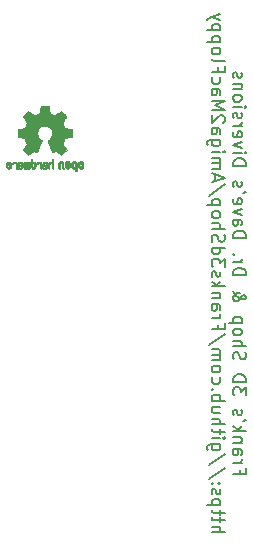
<source format=gbr>
%TF.GenerationSoftware,KiCad,Pcbnew,(5.1.9)-1*%
%TF.CreationDate,2021-07-27T22:16:15-04:00*%
%TF.ProjectId,Amiga2MacFloppy,416d6967-6132-44d6-9163-466c6f707079,1.0*%
%TF.SameCoordinates,Original*%
%TF.FileFunction,Legend,Bot*%
%TF.FilePolarity,Positive*%
%FSLAX46Y46*%
G04 Gerber Fmt 4.6, Leading zero omitted, Abs format (unit mm)*
G04 Created by KiCad (PCBNEW (5.1.9)-1) date 2021-07-27 22:16:15*
%MOMM*%
%LPD*%
G01*
G04 APERTURE LIST*
%ADD10C,0.150000*%
%ADD11C,0.010000*%
G04 APERTURE END LIST*
D10*
X154784331Y-121221721D02*
X154784331Y-121588388D01*
X154208140Y-121588388D02*
X155308140Y-121588388D01*
X155308140Y-121064579D01*
X154208140Y-120645531D02*
X154941474Y-120645531D01*
X154731950Y-120645531D02*
X154836712Y-120593150D01*
X154889093Y-120540769D01*
X154941474Y-120436007D01*
X154941474Y-120331245D01*
X154208140Y-119493150D02*
X154784331Y-119493150D01*
X154889093Y-119545531D01*
X154941474Y-119650293D01*
X154941474Y-119859817D01*
X154889093Y-119964579D01*
X154260521Y-119493150D02*
X154208140Y-119597912D01*
X154208140Y-119859817D01*
X154260521Y-119964579D01*
X154365283Y-120016960D01*
X154470045Y-120016960D01*
X154574807Y-119964579D01*
X154627188Y-119859817D01*
X154627188Y-119597912D01*
X154679569Y-119493150D01*
X154941474Y-118969340D02*
X154208140Y-118969340D01*
X154836712Y-118969340D02*
X154889093Y-118916960D01*
X154941474Y-118812198D01*
X154941474Y-118655055D01*
X154889093Y-118550293D01*
X154784331Y-118497912D01*
X154208140Y-118497912D01*
X154208140Y-117974102D02*
X155308140Y-117974102D01*
X154627188Y-117869340D02*
X154208140Y-117555055D01*
X154941474Y-117555055D02*
X154522426Y-117974102D01*
X155308140Y-117031245D02*
X155098617Y-117136007D01*
X154260521Y-116612198D02*
X154208140Y-116507436D01*
X154208140Y-116297912D01*
X154260521Y-116193150D01*
X154365283Y-116140769D01*
X154417664Y-116140769D01*
X154522426Y-116193150D01*
X154574807Y-116297912D01*
X154574807Y-116455055D01*
X154627188Y-116559817D01*
X154731950Y-116612198D01*
X154784331Y-116612198D01*
X154889093Y-116559817D01*
X154941474Y-116455055D01*
X154941474Y-116297912D01*
X154889093Y-116193150D01*
X155308140Y-114936007D02*
X155308140Y-114255055D01*
X154889093Y-114621721D01*
X154889093Y-114464579D01*
X154836712Y-114359817D01*
X154784331Y-114307436D01*
X154679569Y-114255055D01*
X154417664Y-114255055D01*
X154312902Y-114307436D01*
X154260521Y-114359817D01*
X154208140Y-114464579D01*
X154208140Y-114778864D01*
X154260521Y-114883626D01*
X154312902Y-114936007D01*
X154208140Y-113783626D02*
X155308140Y-113783626D01*
X155308140Y-113521721D01*
X155255760Y-113364579D01*
X155150998Y-113259817D01*
X155046236Y-113207436D01*
X154836712Y-113155055D01*
X154679569Y-113155055D01*
X154470045Y-113207436D01*
X154365283Y-113259817D01*
X154260521Y-113364579D01*
X154208140Y-113521721D01*
X154208140Y-113783626D01*
X154260521Y-111897912D02*
X154208140Y-111740769D01*
X154208140Y-111478864D01*
X154260521Y-111374102D01*
X154312902Y-111321721D01*
X154417664Y-111269340D01*
X154522426Y-111269340D01*
X154627188Y-111321721D01*
X154679569Y-111374102D01*
X154731950Y-111478864D01*
X154784331Y-111688388D01*
X154836712Y-111793150D01*
X154889093Y-111845531D01*
X154993855Y-111897912D01*
X155098617Y-111897912D01*
X155203379Y-111845531D01*
X155255760Y-111793150D01*
X155308140Y-111688388D01*
X155308140Y-111426483D01*
X155255760Y-111269340D01*
X154208140Y-110797912D02*
X155308140Y-110797912D01*
X154208140Y-110326483D02*
X154784331Y-110326483D01*
X154889093Y-110378864D01*
X154941474Y-110483626D01*
X154941474Y-110640769D01*
X154889093Y-110745531D01*
X154836712Y-110797912D01*
X154208140Y-109645531D02*
X154260521Y-109750293D01*
X154312902Y-109802674D01*
X154417664Y-109855055D01*
X154731950Y-109855055D01*
X154836712Y-109802674D01*
X154889093Y-109750293D01*
X154941474Y-109645531D01*
X154941474Y-109488388D01*
X154889093Y-109383626D01*
X154836712Y-109331245D01*
X154731950Y-109278864D01*
X154417664Y-109278864D01*
X154312902Y-109331245D01*
X154260521Y-109383626D01*
X154208140Y-109488388D01*
X154208140Y-109645531D01*
X154941474Y-108807436D02*
X153841474Y-108807436D01*
X154889093Y-108807436D02*
X154941474Y-108702674D01*
X154941474Y-108493150D01*
X154889093Y-108388388D01*
X154836712Y-108336007D01*
X154731950Y-108283626D01*
X154417664Y-108283626D01*
X154312902Y-108336007D01*
X154260521Y-108388388D01*
X154208140Y-108493150D01*
X154208140Y-108702674D01*
X154260521Y-108807436D01*
X154208140Y-106083626D02*
X154208140Y-106136007D01*
X154260521Y-106240769D01*
X154417664Y-106397912D01*
X154731950Y-106659817D01*
X154889093Y-106764579D01*
X155046236Y-106816960D01*
X155150998Y-106816960D01*
X155255760Y-106764579D01*
X155308140Y-106659817D01*
X155308140Y-106607436D01*
X155255760Y-106502674D01*
X155150998Y-106450293D01*
X155098617Y-106450293D01*
X154993855Y-106502674D01*
X154941474Y-106555055D01*
X154731950Y-106869340D01*
X154679569Y-106921721D01*
X154574807Y-106974102D01*
X154417664Y-106974102D01*
X154312902Y-106921721D01*
X154260521Y-106869340D01*
X154208140Y-106764579D01*
X154208140Y-106607436D01*
X154260521Y-106502674D01*
X154312902Y-106450293D01*
X154522426Y-106293150D01*
X154679569Y-106240769D01*
X154784331Y-106240769D01*
X154208140Y-104774102D02*
X155308140Y-104774102D01*
X155308140Y-104512198D01*
X155255760Y-104355055D01*
X155150998Y-104250293D01*
X155046236Y-104197912D01*
X154836712Y-104145531D01*
X154679569Y-104145531D01*
X154470045Y-104197912D01*
X154365283Y-104250293D01*
X154260521Y-104355055D01*
X154208140Y-104512198D01*
X154208140Y-104774102D01*
X154208140Y-103674102D02*
X154941474Y-103674102D01*
X154731950Y-103674102D02*
X154836712Y-103621721D01*
X154889093Y-103569340D01*
X154941474Y-103464579D01*
X154941474Y-103359817D01*
X154312902Y-102993150D02*
X154260521Y-102940769D01*
X154208140Y-102993150D01*
X154260521Y-103045531D01*
X154312902Y-102993150D01*
X154208140Y-102993150D01*
X154208140Y-101631245D02*
X155308140Y-101631245D01*
X155308140Y-101369340D01*
X155255760Y-101212198D01*
X155150998Y-101107436D01*
X155046236Y-101055055D01*
X154836712Y-101002674D01*
X154679569Y-101002674D01*
X154470045Y-101055055D01*
X154365283Y-101107436D01*
X154260521Y-101212198D01*
X154208140Y-101369340D01*
X154208140Y-101631245D01*
X154208140Y-100059817D02*
X154784331Y-100059817D01*
X154889093Y-100112198D01*
X154941474Y-100216960D01*
X154941474Y-100426483D01*
X154889093Y-100531245D01*
X154260521Y-100059817D02*
X154208140Y-100164579D01*
X154208140Y-100426483D01*
X154260521Y-100531245D01*
X154365283Y-100583626D01*
X154470045Y-100583626D01*
X154574807Y-100531245D01*
X154627188Y-100426483D01*
X154627188Y-100164579D01*
X154679569Y-100059817D01*
X154941474Y-99640769D02*
X154208140Y-99378864D01*
X154941474Y-99116960D01*
X154260521Y-98278864D02*
X154208140Y-98383626D01*
X154208140Y-98593150D01*
X154260521Y-98697912D01*
X154365283Y-98750293D01*
X154784331Y-98750293D01*
X154889093Y-98697912D01*
X154941474Y-98593150D01*
X154941474Y-98383626D01*
X154889093Y-98278864D01*
X154784331Y-98226483D01*
X154679569Y-98226483D01*
X154574807Y-98750293D01*
X155308140Y-97702674D02*
X155098617Y-97807436D01*
X154260521Y-97283626D02*
X154208140Y-97178864D01*
X154208140Y-96969340D01*
X154260521Y-96864579D01*
X154365283Y-96812198D01*
X154417664Y-96812198D01*
X154522426Y-96864579D01*
X154574807Y-96969340D01*
X154574807Y-97126483D01*
X154627188Y-97231245D01*
X154731950Y-97283626D01*
X154784331Y-97283626D01*
X154889093Y-97231245D01*
X154941474Y-97126483D01*
X154941474Y-96969340D01*
X154889093Y-96864579D01*
X154208140Y-95502674D02*
X155308140Y-95502674D01*
X155308140Y-95240769D01*
X155255760Y-95083626D01*
X155150998Y-94978864D01*
X155046236Y-94926483D01*
X154836712Y-94874102D01*
X154679569Y-94874102D01*
X154470045Y-94926483D01*
X154365283Y-94978864D01*
X154260521Y-95083626D01*
X154208140Y-95240769D01*
X154208140Y-95502674D01*
X154208140Y-94402674D02*
X154941474Y-94402674D01*
X155308140Y-94402674D02*
X155255760Y-94455055D01*
X155203379Y-94402674D01*
X155255760Y-94350293D01*
X155308140Y-94402674D01*
X155203379Y-94402674D01*
X154941474Y-93983626D02*
X154208140Y-93721721D01*
X154941474Y-93459817D01*
X154260521Y-92621721D02*
X154208140Y-92726483D01*
X154208140Y-92936007D01*
X154260521Y-93040769D01*
X154365283Y-93093150D01*
X154784331Y-93093150D01*
X154889093Y-93040769D01*
X154941474Y-92936007D01*
X154941474Y-92726483D01*
X154889093Y-92621721D01*
X154784331Y-92569340D01*
X154679569Y-92569340D01*
X154574807Y-93093150D01*
X154208140Y-92097912D02*
X154941474Y-92097912D01*
X154731950Y-92097912D02*
X154836712Y-92045531D01*
X154889093Y-91993150D01*
X154941474Y-91888388D01*
X154941474Y-91783626D01*
X154260521Y-91469340D02*
X154208140Y-91364579D01*
X154208140Y-91155055D01*
X154260521Y-91050293D01*
X154365283Y-90997912D01*
X154417664Y-90997912D01*
X154522426Y-91050293D01*
X154574807Y-91155055D01*
X154574807Y-91312198D01*
X154627188Y-91416959D01*
X154731950Y-91469340D01*
X154784331Y-91469340D01*
X154889093Y-91416959D01*
X154941474Y-91312198D01*
X154941474Y-91155055D01*
X154889093Y-91050293D01*
X154208140Y-90526483D02*
X154941474Y-90526483D01*
X155308140Y-90526483D02*
X155255760Y-90578864D01*
X155203379Y-90526483D01*
X155255760Y-90474102D01*
X155308140Y-90526483D01*
X155203379Y-90526483D01*
X154208140Y-89845531D02*
X154260521Y-89950293D01*
X154312902Y-90002674D01*
X154417664Y-90055055D01*
X154731950Y-90055055D01*
X154836712Y-90002674D01*
X154889093Y-89950293D01*
X154941474Y-89845531D01*
X154941474Y-89688388D01*
X154889093Y-89583626D01*
X154836712Y-89531245D01*
X154731950Y-89478864D01*
X154417664Y-89478864D01*
X154312902Y-89531245D01*
X154260521Y-89583626D01*
X154208140Y-89688388D01*
X154208140Y-89845531D01*
X154941474Y-89007436D02*
X154208140Y-89007436D01*
X154836712Y-89007436D02*
X154889093Y-88955055D01*
X154941474Y-88850293D01*
X154941474Y-88693150D01*
X154889093Y-88588388D01*
X154784331Y-88536007D01*
X154208140Y-88536007D01*
X154260521Y-88064579D02*
X154208140Y-87959817D01*
X154208140Y-87750293D01*
X154260521Y-87645531D01*
X154365283Y-87593150D01*
X154417664Y-87593150D01*
X154522426Y-87645531D01*
X154574807Y-87750293D01*
X154574807Y-87907436D01*
X154627188Y-88012198D01*
X154731950Y-88064579D01*
X154784331Y-88064579D01*
X154889093Y-88012198D01*
X154941474Y-87907436D01*
X154941474Y-87750293D01*
X154889093Y-87645531D01*
X152408140Y-126512198D02*
X153508140Y-126512198D01*
X152408140Y-126040769D02*
X152984331Y-126040769D01*
X153089093Y-126093150D01*
X153141474Y-126197912D01*
X153141474Y-126355055D01*
X153089093Y-126459817D01*
X153036712Y-126512198D01*
X153141474Y-125674102D02*
X153141474Y-125255055D01*
X153508140Y-125516960D02*
X152565283Y-125516960D01*
X152460521Y-125464579D01*
X152408140Y-125359817D01*
X152408140Y-125255055D01*
X153141474Y-125045531D02*
X153141474Y-124626483D01*
X153508140Y-124888388D02*
X152565283Y-124888388D01*
X152460521Y-124836007D01*
X152408140Y-124731245D01*
X152408140Y-124626483D01*
X153141474Y-124259817D02*
X152041474Y-124259817D01*
X153089093Y-124259817D02*
X153141474Y-124155055D01*
X153141474Y-123945531D01*
X153089093Y-123840769D01*
X153036712Y-123788388D01*
X152931950Y-123736007D01*
X152617664Y-123736007D01*
X152512902Y-123788388D01*
X152460521Y-123840769D01*
X152408140Y-123945531D01*
X152408140Y-124155055D01*
X152460521Y-124259817D01*
X152460521Y-123316960D02*
X152408140Y-123212198D01*
X152408140Y-123002674D01*
X152460521Y-122897912D01*
X152565283Y-122845531D01*
X152617664Y-122845531D01*
X152722426Y-122897912D01*
X152774807Y-123002674D01*
X152774807Y-123159817D01*
X152827188Y-123264579D01*
X152931950Y-123316960D01*
X152984331Y-123316960D01*
X153089093Y-123264579D01*
X153141474Y-123159817D01*
X153141474Y-123002674D01*
X153089093Y-122897912D01*
X152512902Y-122374102D02*
X152460521Y-122321721D01*
X152408140Y-122374102D01*
X152460521Y-122426483D01*
X152512902Y-122374102D01*
X152408140Y-122374102D01*
X153089093Y-122374102D02*
X153036712Y-122321721D01*
X152984331Y-122374102D01*
X153036712Y-122426483D01*
X153089093Y-122374102D01*
X152984331Y-122374102D01*
X153560521Y-121064579D02*
X152146236Y-122007436D01*
X153560521Y-119912198D02*
X152146236Y-120855055D01*
X153141474Y-119074102D02*
X152250998Y-119074102D01*
X152146236Y-119126483D01*
X152093855Y-119178864D01*
X152041474Y-119283626D01*
X152041474Y-119440769D01*
X152093855Y-119545531D01*
X152460521Y-119074102D02*
X152408140Y-119178864D01*
X152408140Y-119388388D01*
X152460521Y-119493150D01*
X152512902Y-119545531D01*
X152617664Y-119597912D01*
X152931950Y-119597912D01*
X153036712Y-119545531D01*
X153089093Y-119493150D01*
X153141474Y-119388388D01*
X153141474Y-119178864D01*
X153089093Y-119074102D01*
X152408140Y-118550293D02*
X153141474Y-118550293D01*
X153508140Y-118550293D02*
X153455760Y-118602674D01*
X153403379Y-118550293D01*
X153455760Y-118497912D01*
X153508140Y-118550293D01*
X153403379Y-118550293D01*
X153141474Y-118183626D02*
X153141474Y-117764579D01*
X153508140Y-118026483D02*
X152565283Y-118026483D01*
X152460521Y-117974102D01*
X152408140Y-117869340D01*
X152408140Y-117764579D01*
X152408140Y-117397912D02*
X153508140Y-117397912D01*
X152408140Y-116926483D02*
X152984331Y-116926483D01*
X153089093Y-116978864D01*
X153141474Y-117083626D01*
X153141474Y-117240769D01*
X153089093Y-117345531D01*
X153036712Y-117397912D01*
X153141474Y-115931245D02*
X152408140Y-115931245D01*
X153141474Y-116402674D02*
X152565283Y-116402674D01*
X152460521Y-116350293D01*
X152408140Y-116245531D01*
X152408140Y-116088388D01*
X152460521Y-115983626D01*
X152512902Y-115931245D01*
X152408140Y-115407436D02*
X153508140Y-115407436D01*
X153089093Y-115407436D02*
X153141474Y-115302674D01*
X153141474Y-115093150D01*
X153089093Y-114988388D01*
X153036712Y-114936007D01*
X152931950Y-114883626D01*
X152617664Y-114883626D01*
X152512902Y-114936007D01*
X152460521Y-114988388D01*
X152408140Y-115093150D01*
X152408140Y-115302674D01*
X152460521Y-115407436D01*
X152512902Y-114412198D02*
X152460521Y-114359817D01*
X152408140Y-114412198D01*
X152460521Y-114464579D01*
X152512902Y-114412198D01*
X152408140Y-114412198D01*
X152460521Y-113416960D02*
X152408140Y-113521721D01*
X152408140Y-113731245D01*
X152460521Y-113836007D01*
X152512902Y-113888388D01*
X152617664Y-113940769D01*
X152931950Y-113940769D01*
X153036712Y-113888388D01*
X153089093Y-113836007D01*
X153141474Y-113731245D01*
X153141474Y-113521721D01*
X153089093Y-113416960D01*
X152408140Y-112788388D02*
X152460521Y-112893150D01*
X152512902Y-112945531D01*
X152617664Y-112997912D01*
X152931950Y-112997912D01*
X153036712Y-112945531D01*
X153089093Y-112893150D01*
X153141474Y-112788388D01*
X153141474Y-112631245D01*
X153089093Y-112526483D01*
X153036712Y-112474102D01*
X152931950Y-112421721D01*
X152617664Y-112421721D01*
X152512902Y-112474102D01*
X152460521Y-112526483D01*
X152408140Y-112631245D01*
X152408140Y-112788388D01*
X152408140Y-111950293D02*
X153141474Y-111950293D01*
X153036712Y-111950293D02*
X153089093Y-111897912D01*
X153141474Y-111793150D01*
X153141474Y-111636007D01*
X153089093Y-111531245D01*
X152984331Y-111478864D01*
X152408140Y-111478864D01*
X152984331Y-111478864D02*
X153089093Y-111426483D01*
X153141474Y-111321721D01*
X153141474Y-111164579D01*
X153089093Y-111059817D01*
X152984331Y-111007436D01*
X152408140Y-111007436D01*
X153560521Y-109697912D02*
X152146236Y-110640769D01*
X152984331Y-108964579D02*
X152984331Y-109331245D01*
X152408140Y-109331245D02*
X153508140Y-109331245D01*
X153508140Y-108807436D01*
X152408140Y-108388388D02*
X153141474Y-108388388D01*
X152931950Y-108388388D02*
X153036712Y-108336007D01*
X153089093Y-108283626D01*
X153141474Y-108178864D01*
X153141474Y-108074102D01*
X152408140Y-107236007D02*
X152984331Y-107236007D01*
X153089093Y-107288388D01*
X153141474Y-107393150D01*
X153141474Y-107602674D01*
X153089093Y-107707436D01*
X152460521Y-107236007D02*
X152408140Y-107340769D01*
X152408140Y-107602674D01*
X152460521Y-107707436D01*
X152565283Y-107759817D01*
X152670045Y-107759817D01*
X152774807Y-107707436D01*
X152827188Y-107602674D01*
X152827188Y-107340769D01*
X152879569Y-107236007D01*
X153141474Y-106712198D02*
X152408140Y-106712198D01*
X153036712Y-106712198D02*
X153089093Y-106659817D01*
X153141474Y-106555055D01*
X153141474Y-106397912D01*
X153089093Y-106293150D01*
X152984331Y-106240769D01*
X152408140Y-106240769D01*
X152408140Y-105716960D02*
X153508140Y-105716960D01*
X152827188Y-105612198D02*
X152408140Y-105297912D01*
X153141474Y-105297912D02*
X152722426Y-105716960D01*
X152460521Y-104878864D02*
X152408140Y-104774102D01*
X152408140Y-104564579D01*
X152460521Y-104459817D01*
X152565283Y-104407436D01*
X152617664Y-104407436D01*
X152722426Y-104459817D01*
X152774807Y-104564579D01*
X152774807Y-104721721D01*
X152827188Y-104826483D01*
X152931950Y-104878864D01*
X152984331Y-104878864D01*
X153089093Y-104826483D01*
X153141474Y-104721721D01*
X153141474Y-104564579D01*
X153089093Y-104459817D01*
X153508140Y-104040769D02*
X153508140Y-103359817D01*
X153089093Y-103726483D01*
X153089093Y-103569340D01*
X153036712Y-103464579D01*
X152984331Y-103412198D01*
X152879569Y-103359817D01*
X152617664Y-103359817D01*
X152512902Y-103412198D01*
X152460521Y-103464579D01*
X152408140Y-103569340D01*
X152408140Y-103883626D01*
X152460521Y-103988388D01*
X152512902Y-104040769D01*
X152408140Y-102416960D02*
X153508140Y-102416960D01*
X152460521Y-102416960D02*
X152408140Y-102521721D01*
X152408140Y-102731245D01*
X152460521Y-102836007D01*
X152512902Y-102888388D01*
X152617664Y-102940769D01*
X152931950Y-102940769D01*
X153036712Y-102888388D01*
X153089093Y-102836007D01*
X153141474Y-102731245D01*
X153141474Y-102521721D01*
X153089093Y-102416960D01*
X152460521Y-101945531D02*
X152408140Y-101788388D01*
X152408140Y-101526483D01*
X152460521Y-101421721D01*
X152512902Y-101369340D01*
X152617664Y-101316960D01*
X152722426Y-101316960D01*
X152827188Y-101369340D01*
X152879569Y-101421721D01*
X152931950Y-101526483D01*
X152984331Y-101736007D01*
X153036712Y-101840769D01*
X153089093Y-101893150D01*
X153193855Y-101945531D01*
X153298617Y-101945531D01*
X153403379Y-101893150D01*
X153455760Y-101840769D01*
X153508140Y-101736007D01*
X153508140Y-101474102D01*
X153455760Y-101316960D01*
X152408140Y-100845531D02*
X153508140Y-100845531D01*
X152408140Y-100374102D02*
X152984331Y-100374102D01*
X153089093Y-100426483D01*
X153141474Y-100531245D01*
X153141474Y-100688388D01*
X153089093Y-100793150D01*
X153036712Y-100845531D01*
X152408140Y-99693150D02*
X152460521Y-99797912D01*
X152512902Y-99850293D01*
X152617664Y-99902674D01*
X152931950Y-99902674D01*
X153036712Y-99850293D01*
X153089093Y-99797912D01*
X153141474Y-99693150D01*
X153141474Y-99536007D01*
X153089093Y-99431245D01*
X153036712Y-99378864D01*
X152931950Y-99326483D01*
X152617664Y-99326483D01*
X152512902Y-99378864D01*
X152460521Y-99431245D01*
X152408140Y-99536007D01*
X152408140Y-99693150D01*
X153141474Y-98855055D02*
X152041474Y-98855055D01*
X153089093Y-98855055D02*
X153141474Y-98750293D01*
X153141474Y-98540769D01*
X153089093Y-98436007D01*
X153036712Y-98383626D01*
X152931950Y-98331245D01*
X152617664Y-98331245D01*
X152512902Y-98383626D01*
X152460521Y-98436007D01*
X152408140Y-98540769D01*
X152408140Y-98750293D01*
X152460521Y-98855055D01*
X153560521Y-97074102D02*
X152146236Y-98016960D01*
X152722426Y-96759817D02*
X152722426Y-96236007D01*
X152408140Y-96864579D02*
X153508140Y-96497912D01*
X152408140Y-96131245D01*
X152408140Y-95764579D02*
X153141474Y-95764579D01*
X153036712Y-95764579D02*
X153089093Y-95712198D01*
X153141474Y-95607436D01*
X153141474Y-95450293D01*
X153089093Y-95345531D01*
X152984331Y-95293150D01*
X152408140Y-95293150D01*
X152984331Y-95293150D02*
X153089093Y-95240769D01*
X153141474Y-95136007D01*
X153141474Y-94978864D01*
X153089093Y-94874102D01*
X152984331Y-94821721D01*
X152408140Y-94821721D01*
X152408140Y-94297912D02*
X153141474Y-94297912D01*
X153508140Y-94297912D02*
X153455760Y-94350293D01*
X153403379Y-94297912D01*
X153455760Y-94245531D01*
X153508140Y-94297912D01*
X153403379Y-94297912D01*
X153141474Y-93302674D02*
X152250998Y-93302674D01*
X152146236Y-93355055D01*
X152093855Y-93407436D01*
X152041474Y-93512198D01*
X152041474Y-93669340D01*
X152093855Y-93774102D01*
X152460521Y-93302674D02*
X152408140Y-93407436D01*
X152408140Y-93616960D01*
X152460521Y-93721721D01*
X152512902Y-93774102D01*
X152617664Y-93826483D01*
X152931950Y-93826483D01*
X153036712Y-93774102D01*
X153089093Y-93721721D01*
X153141474Y-93616960D01*
X153141474Y-93407436D01*
X153089093Y-93302674D01*
X152408140Y-92307436D02*
X152984331Y-92307436D01*
X153089093Y-92359817D01*
X153141474Y-92464579D01*
X153141474Y-92674102D01*
X153089093Y-92778864D01*
X152460521Y-92307436D02*
X152408140Y-92412198D01*
X152408140Y-92674102D01*
X152460521Y-92778864D01*
X152565283Y-92831245D01*
X152670045Y-92831245D01*
X152774807Y-92778864D01*
X152827188Y-92674102D01*
X152827188Y-92412198D01*
X152879569Y-92307436D01*
X153403379Y-91836007D02*
X153455760Y-91783626D01*
X153508140Y-91678864D01*
X153508140Y-91416960D01*
X153455760Y-91312198D01*
X153403379Y-91259817D01*
X153298617Y-91207436D01*
X153193855Y-91207436D01*
X153036712Y-91259817D01*
X152408140Y-91888388D01*
X152408140Y-91207436D01*
X152408140Y-90736007D02*
X153508140Y-90736007D01*
X152722426Y-90369340D01*
X153508140Y-90002674D01*
X152408140Y-90002674D01*
X152408140Y-89007436D02*
X152984331Y-89007436D01*
X153089093Y-89059817D01*
X153141474Y-89164579D01*
X153141474Y-89374102D01*
X153089093Y-89478864D01*
X152460521Y-89007436D02*
X152408140Y-89112198D01*
X152408140Y-89374102D01*
X152460521Y-89478864D01*
X152565283Y-89531245D01*
X152670045Y-89531245D01*
X152774807Y-89478864D01*
X152827188Y-89374102D01*
X152827188Y-89112198D01*
X152879569Y-89007436D01*
X152460521Y-88012198D02*
X152408140Y-88116960D01*
X152408140Y-88326483D01*
X152460521Y-88431245D01*
X152512902Y-88483626D01*
X152617664Y-88536007D01*
X152931950Y-88536007D01*
X153036712Y-88483626D01*
X153089093Y-88431245D01*
X153141474Y-88326483D01*
X153141474Y-88116960D01*
X153089093Y-88012198D01*
X152984331Y-87174102D02*
X152984331Y-87540769D01*
X152408140Y-87540769D02*
X153508140Y-87540769D01*
X153508140Y-87016960D01*
X152408140Y-86440769D02*
X152460521Y-86545531D01*
X152565283Y-86597912D01*
X153508140Y-86597912D01*
X152408140Y-85864579D02*
X152460521Y-85969340D01*
X152512902Y-86021721D01*
X152617664Y-86074102D01*
X152931950Y-86074102D01*
X153036712Y-86021721D01*
X153089093Y-85969340D01*
X153141474Y-85864579D01*
X153141474Y-85707436D01*
X153089093Y-85602674D01*
X153036712Y-85550293D01*
X152931950Y-85497912D01*
X152617664Y-85497912D01*
X152512902Y-85550293D01*
X152460521Y-85602674D01*
X152408140Y-85707436D01*
X152408140Y-85864579D01*
X153141474Y-85026483D02*
X152041474Y-85026483D01*
X153089093Y-85026483D02*
X153141474Y-84921721D01*
X153141474Y-84712198D01*
X153089093Y-84607436D01*
X153036712Y-84555055D01*
X152931950Y-84502674D01*
X152617664Y-84502674D01*
X152512902Y-84555055D01*
X152460521Y-84607436D01*
X152408140Y-84712198D01*
X152408140Y-84921721D01*
X152460521Y-85026483D01*
X153141474Y-84031245D02*
X152041474Y-84031245D01*
X153089093Y-84031245D02*
X153141474Y-83926483D01*
X153141474Y-83716959D01*
X153089093Y-83612198D01*
X153036712Y-83559817D01*
X152931950Y-83507436D01*
X152617664Y-83507436D01*
X152512902Y-83559817D01*
X152460521Y-83612198D01*
X152408140Y-83716959D01*
X152408140Y-83926483D01*
X152460521Y-84031245D01*
X153141474Y-83140769D02*
X152408140Y-82878864D01*
X153141474Y-82616959D02*
X152408140Y-82878864D01*
X152146236Y-82983626D01*
X152093855Y-83036007D01*
X152041474Y-83140769D01*
D11*
%TO.C,REF\u002A\u002A*%
G36*
X140668016Y-95112878D02*
G01*
X140612559Y-95140528D01*
X140563612Y-95191440D01*
X140550131Y-95210298D01*
X140535446Y-95234975D01*
X140525918Y-95261776D01*
X140520467Y-95297547D01*
X140518013Y-95349129D01*
X140517474Y-95417227D01*
X140519908Y-95510548D01*
X140528366Y-95580617D01*
X140544586Y-95632891D01*
X140570306Y-95672829D01*
X140607263Y-95705889D01*
X140609978Y-95707846D01*
X140646400Y-95727868D01*
X140690258Y-95737775D01*
X140746036Y-95740217D01*
X140836712Y-95740217D01*
X140836750Y-95828243D01*
X140837594Y-95877268D01*
X140842736Y-95906025D01*
X140856173Y-95923271D01*
X140881902Y-95937768D01*
X140888081Y-95940729D01*
X140916996Y-95954608D01*
X140939384Y-95963374D01*
X140956031Y-95964131D01*
X140967724Y-95953983D01*
X140975250Y-95930033D01*
X140979394Y-95889386D01*
X140980945Y-95829146D01*
X140980689Y-95746415D01*
X140979411Y-95638299D01*
X140979012Y-95605960D01*
X140977575Y-95494484D01*
X140976288Y-95421563D01*
X140836789Y-95421563D01*
X140836005Y-95483459D01*
X140832520Y-95523957D01*
X140824636Y-95550668D01*
X140810655Y-95571204D01*
X140801163Y-95581220D01*
X140762356Y-95610527D01*
X140727997Y-95612912D01*
X140692544Y-95588710D01*
X140691646Y-95587817D01*
X140677221Y-95569113D01*
X140668447Y-95543692D01*
X140664021Y-95504544D01*
X140662642Y-95444657D01*
X140662617Y-95431390D01*
X140665948Y-95348861D01*
X140676791Y-95291651D01*
X140696420Y-95256726D01*
X140726110Y-95241054D01*
X140743269Y-95239474D01*
X140783994Y-95246886D01*
X140811928Y-95271290D01*
X140828743Y-95315940D01*
X140836110Y-95384090D01*
X140836789Y-95421563D01*
X140976288Y-95421563D01*
X140976052Y-95408205D01*
X140974083Y-95343293D01*
X140971310Y-95295918D01*
X140967372Y-95262250D01*
X140961911Y-95238458D01*
X140954568Y-95220713D01*
X140944983Y-95205184D01*
X140940873Y-95199341D01*
X140886355Y-95144145D01*
X140817424Y-95112850D01*
X140737688Y-95104125D01*
X140668016Y-95112878D01*
G37*
X140668016Y-95112878D02*
X140612559Y-95140528D01*
X140563612Y-95191440D01*
X140550131Y-95210298D01*
X140535446Y-95234975D01*
X140525918Y-95261776D01*
X140520467Y-95297547D01*
X140518013Y-95349129D01*
X140517474Y-95417227D01*
X140519908Y-95510548D01*
X140528366Y-95580617D01*
X140544586Y-95632891D01*
X140570306Y-95672829D01*
X140607263Y-95705889D01*
X140609978Y-95707846D01*
X140646400Y-95727868D01*
X140690258Y-95737775D01*
X140746036Y-95740217D01*
X140836712Y-95740217D01*
X140836750Y-95828243D01*
X140837594Y-95877268D01*
X140842736Y-95906025D01*
X140856173Y-95923271D01*
X140881902Y-95937768D01*
X140888081Y-95940729D01*
X140916996Y-95954608D01*
X140939384Y-95963374D01*
X140956031Y-95964131D01*
X140967724Y-95953983D01*
X140975250Y-95930033D01*
X140979394Y-95889386D01*
X140980945Y-95829146D01*
X140980689Y-95746415D01*
X140979411Y-95638299D01*
X140979012Y-95605960D01*
X140977575Y-95494484D01*
X140976288Y-95421563D01*
X140836789Y-95421563D01*
X140836005Y-95483459D01*
X140832520Y-95523957D01*
X140824636Y-95550668D01*
X140810655Y-95571204D01*
X140801163Y-95581220D01*
X140762356Y-95610527D01*
X140727997Y-95612912D01*
X140692544Y-95588710D01*
X140691646Y-95587817D01*
X140677221Y-95569113D01*
X140668447Y-95543692D01*
X140664021Y-95504544D01*
X140662642Y-95444657D01*
X140662617Y-95431390D01*
X140665948Y-95348861D01*
X140676791Y-95291651D01*
X140696420Y-95256726D01*
X140726110Y-95241054D01*
X140743269Y-95239474D01*
X140783994Y-95246886D01*
X140811928Y-95271290D01*
X140828743Y-95315940D01*
X140836110Y-95384090D01*
X140836789Y-95421563D01*
X140976288Y-95421563D01*
X140976052Y-95408205D01*
X140974083Y-95343293D01*
X140971310Y-95295918D01*
X140967372Y-95262250D01*
X140961911Y-95238458D01*
X140954568Y-95220713D01*
X140944983Y-95205184D01*
X140940873Y-95199341D01*
X140886355Y-95144145D01*
X140817424Y-95112850D01*
X140737688Y-95104125D01*
X140668016Y-95112878D01*
G36*
X139551667Y-95120740D02*
G01*
X139505088Y-95147683D01*
X139472703Y-95174426D01*
X139449018Y-95202444D01*
X139432701Y-95236708D01*
X139422421Y-95282187D01*
X139416846Y-95343852D01*
X139414644Y-95426671D01*
X139414389Y-95486206D01*
X139414389Y-95705351D01*
X139476074Y-95733004D01*
X139537760Y-95760657D01*
X139545017Y-95520630D01*
X139548016Y-95430988D01*
X139551162Y-95365922D01*
X139555059Y-95320986D01*
X139560313Y-95291730D01*
X139567529Y-95273708D01*
X139577310Y-95262471D01*
X139580448Y-95260039D01*
X139627999Y-95241043D01*
X139676063Y-95248560D01*
X139704674Y-95268503D01*
X139716313Y-95282635D01*
X139724369Y-95301180D01*
X139729489Y-95329294D01*
X139732319Y-95372133D01*
X139733504Y-95434855D01*
X139733703Y-95500221D01*
X139733742Y-95582228D01*
X139735146Y-95640276D01*
X139739846Y-95679425D01*
X139749773Y-95704740D01*
X139766857Y-95721283D01*
X139793028Y-95734116D01*
X139827985Y-95747451D01*
X139866164Y-95761967D01*
X139861619Y-95504349D01*
X139859789Y-95411479D01*
X139857648Y-95342849D01*
X139854579Y-95293671D01*
X139849966Y-95259158D01*
X139843192Y-95234522D01*
X139833641Y-95214976D01*
X139822126Y-95197730D01*
X139766570Y-95142640D01*
X139698780Y-95110782D01*
X139625047Y-95103151D01*
X139551667Y-95120740D01*
G37*
X139551667Y-95120740D02*
X139505088Y-95147683D01*
X139472703Y-95174426D01*
X139449018Y-95202444D01*
X139432701Y-95236708D01*
X139422421Y-95282187D01*
X139416846Y-95343852D01*
X139414644Y-95426671D01*
X139414389Y-95486206D01*
X139414389Y-95705351D01*
X139476074Y-95733004D01*
X139537760Y-95760657D01*
X139545017Y-95520630D01*
X139548016Y-95430988D01*
X139551162Y-95365922D01*
X139555059Y-95320986D01*
X139560313Y-95291730D01*
X139567529Y-95273708D01*
X139577310Y-95262471D01*
X139580448Y-95260039D01*
X139627999Y-95241043D01*
X139676063Y-95248560D01*
X139704674Y-95268503D01*
X139716313Y-95282635D01*
X139724369Y-95301180D01*
X139729489Y-95329294D01*
X139732319Y-95372133D01*
X139733504Y-95434855D01*
X139733703Y-95500221D01*
X139733742Y-95582228D01*
X139735146Y-95640276D01*
X139739846Y-95679425D01*
X139749773Y-95704740D01*
X139766857Y-95721283D01*
X139793028Y-95734116D01*
X139827985Y-95747451D01*
X139866164Y-95761967D01*
X139861619Y-95504349D01*
X139859789Y-95411479D01*
X139857648Y-95342849D01*
X139854579Y-95293671D01*
X139849966Y-95259158D01*
X139843192Y-95234522D01*
X139833641Y-95214976D01*
X139822126Y-95197730D01*
X139766570Y-95142640D01*
X139698780Y-95110782D01*
X139625047Y-95103151D01*
X139551667Y-95120740D01*
G36*
X141226645Y-95114922D02*
G01*
X141158615Y-95150693D01*
X141108409Y-95208261D01*
X141090575Y-95245272D01*
X141076697Y-95300842D01*
X141069593Y-95371056D01*
X141068920Y-95447687D01*
X141074333Y-95522512D01*
X141085490Y-95587302D01*
X141102046Y-95633833D01*
X141107134Y-95641847D01*
X141167405Y-95701667D01*
X141238991Y-95737495D01*
X141316668Y-95747980D01*
X141395212Y-95731770D01*
X141417071Y-95722052D01*
X141459638Y-95692103D01*
X141496997Y-95652393D01*
X141500528Y-95647357D01*
X141514879Y-95623084D01*
X141524366Y-95597138D01*
X141529970Y-95562982D01*
X141532674Y-95514079D01*
X141533461Y-95443895D01*
X141533474Y-95428160D01*
X141533438Y-95423152D01*
X141388331Y-95423152D01*
X141387487Y-95489390D01*
X141384164Y-95533346D01*
X141377177Y-95561739D01*
X141365344Y-95581285D01*
X141359303Y-95587817D01*
X141324574Y-95612640D01*
X141290857Y-95611508D01*
X141256765Y-95589976D01*
X141236431Y-95566989D01*
X141224389Y-95533438D01*
X141217626Y-95480529D01*
X141217162Y-95474359D01*
X141216008Y-95378473D01*
X141228072Y-95307259D01*
X141253190Y-95261154D01*
X141291200Y-95240595D01*
X141304768Y-95239474D01*
X141340396Y-95245112D01*
X141364766Y-95264646D01*
X141379667Y-95302002D01*
X141386885Y-95361110D01*
X141388331Y-95423152D01*
X141533438Y-95423152D01*
X141532934Y-95353373D01*
X141530664Y-95301119D01*
X141525692Y-95264909D01*
X141517047Y-95238259D01*
X141503755Y-95214682D01*
X141500817Y-95210298D01*
X141451447Y-95151209D01*
X141397651Y-95116907D01*
X141332158Y-95103291D01*
X141309918Y-95102625D01*
X141226645Y-95114922D01*
G37*
X141226645Y-95114922D02*
X141158615Y-95150693D01*
X141108409Y-95208261D01*
X141090575Y-95245272D01*
X141076697Y-95300842D01*
X141069593Y-95371056D01*
X141068920Y-95447687D01*
X141074333Y-95522512D01*
X141085490Y-95587302D01*
X141102046Y-95633833D01*
X141107134Y-95641847D01*
X141167405Y-95701667D01*
X141238991Y-95737495D01*
X141316668Y-95747980D01*
X141395212Y-95731770D01*
X141417071Y-95722052D01*
X141459638Y-95692103D01*
X141496997Y-95652393D01*
X141500528Y-95647357D01*
X141514879Y-95623084D01*
X141524366Y-95597138D01*
X141529970Y-95562982D01*
X141532674Y-95514079D01*
X141533461Y-95443895D01*
X141533474Y-95428160D01*
X141533438Y-95423152D01*
X141388331Y-95423152D01*
X141387487Y-95489390D01*
X141384164Y-95533346D01*
X141377177Y-95561739D01*
X141365344Y-95581285D01*
X141359303Y-95587817D01*
X141324574Y-95612640D01*
X141290857Y-95611508D01*
X141256765Y-95589976D01*
X141236431Y-95566989D01*
X141224389Y-95533438D01*
X141217626Y-95480529D01*
X141217162Y-95474359D01*
X141216008Y-95378473D01*
X141228072Y-95307259D01*
X141253190Y-95261154D01*
X141291200Y-95240595D01*
X141304768Y-95239474D01*
X141340396Y-95245112D01*
X141364766Y-95264646D01*
X141379667Y-95302002D01*
X141386885Y-95361110D01*
X141388331Y-95423152D01*
X141533438Y-95423152D01*
X141532934Y-95353373D01*
X141530664Y-95301119D01*
X141525692Y-95264909D01*
X141517047Y-95238259D01*
X141503755Y-95214682D01*
X141500817Y-95210298D01*
X141451447Y-95151209D01*
X141397651Y-95116907D01*
X141332158Y-95103291D01*
X141309918Y-95102625D01*
X141226645Y-95114922D01*
G36*
X140099457Y-95124199D02*
G01*
X140042233Y-95162695D01*
X139998011Y-95218295D01*
X139971593Y-95289046D01*
X139966250Y-95341122D01*
X139966857Y-95362853D01*
X139971938Y-95379491D01*
X139985905Y-95394397D01*
X140013171Y-95410933D01*
X140058148Y-95432458D01*
X140125249Y-95462334D01*
X140125589Y-95462484D01*
X140187353Y-95490773D01*
X140238001Y-95515893D01*
X140272356Y-95535139D01*
X140285242Y-95545808D01*
X140285246Y-95545894D01*
X140273888Y-95569126D01*
X140247329Y-95594734D01*
X140216837Y-95613181D01*
X140201390Y-95616846D01*
X140159245Y-95604172D01*
X140122952Y-95572431D01*
X140105243Y-95537532D01*
X140088208Y-95511805D01*
X140054838Y-95482506D01*
X140015611Y-95457195D01*
X139981004Y-95443431D01*
X139973767Y-95442674D01*
X139965621Y-95455120D01*
X139965130Y-95486932D01*
X139971117Y-95529826D01*
X139982403Y-95575518D01*
X139997810Y-95615721D01*
X139998589Y-95617282D01*
X140044956Y-95682022D01*
X140105049Y-95726057D01*
X140173295Y-95747671D01*
X140244122Y-95745145D01*
X140311956Y-95716764D01*
X140314972Y-95714768D01*
X140368333Y-95666408D01*
X140403420Y-95603312D01*
X140422838Y-95520347D01*
X140425444Y-95497038D01*
X140430059Y-95387015D01*
X140424527Y-95335708D01*
X140285246Y-95335708D01*
X140283436Y-95367713D01*
X140273538Y-95377053D01*
X140248862Y-95370065D01*
X140209965Y-95353547D01*
X140166485Y-95332841D01*
X140165404Y-95332293D01*
X140128551Y-95312909D01*
X140113760Y-95299973D01*
X140117407Y-95286411D01*
X140132765Y-95268592D01*
X140171837Y-95242805D01*
X140213914Y-95240910D01*
X140251657Y-95259677D01*
X140277726Y-95295875D01*
X140285246Y-95335708D01*
X140424527Y-95335708D01*
X140420566Y-95298987D01*
X140396210Y-95229172D01*
X140362304Y-95180262D01*
X140301107Y-95130838D01*
X140233697Y-95106319D01*
X140164880Y-95104757D01*
X140099457Y-95124199D01*
G37*
X140099457Y-95124199D02*
X140042233Y-95162695D01*
X139998011Y-95218295D01*
X139971593Y-95289046D01*
X139966250Y-95341122D01*
X139966857Y-95362853D01*
X139971938Y-95379491D01*
X139985905Y-95394397D01*
X140013171Y-95410933D01*
X140058148Y-95432458D01*
X140125249Y-95462334D01*
X140125589Y-95462484D01*
X140187353Y-95490773D01*
X140238001Y-95515893D01*
X140272356Y-95535139D01*
X140285242Y-95545808D01*
X140285246Y-95545894D01*
X140273888Y-95569126D01*
X140247329Y-95594734D01*
X140216837Y-95613181D01*
X140201390Y-95616846D01*
X140159245Y-95604172D01*
X140122952Y-95572431D01*
X140105243Y-95537532D01*
X140088208Y-95511805D01*
X140054838Y-95482506D01*
X140015611Y-95457195D01*
X139981004Y-95443431D01*
X139973767Y-95442674D01*
X139965621Y-95455120D01*
X139965130Y-95486932D01*
X139971117Y-95529826D01*
X139982403Y-95575518D01*
X139997810Y-95615721D01*
X139998589Y-95617282D01*
X140044956Y-95682022D01*
X140105049Y-95726057D01*
X140173295Y-95747671D01*
X140244122Y-95745145D01*
X140311956Y-95716764D01*
X140314972Y-95714768D01*
X140368333Y-95666408D01*
X140403420Y-95603312D01*
X140422838Y-95520347D01*
X140425444Y-95497038D01*
X140430059Y-95387015D01*
X140424527Y-95335708D01*
X140285246Y-95335708D01*
X140283436Y-95367713D01*
X140273538Y-95377053D01*
X140248862Y-95370065D01*
X140209965Y-95353547D01*
X140166485Y-95332841D01*
X140165404Y-95332293D01*
X140128551Y-95312909D01*
X140113760Y-95299973D01*
X140117407Y-95286411D01*
X140132765Y-95268592D01*
X140171837Y-95242805D01*
X140213914Y-95240910D01*
X140251657Y-95259677D01*
X140277726Y-95295875D01*
X140285246Y-95335708D01*
X140424527Y-95335708D01*
X140420566Y-95298987D01*
X140396210Y-95229172D01*
X140362304Y-95180262D01*
X140301107Y-95130838D01*
X140233697Y-95106319D01*
X140164880Y-95104757D01*
X140099457Y-95124199D01*
G36*
X138891874Y-95044249D02*
G01*
X138887621Y-95103573D01*
X138882735Y-95138532D01*
X138875965Y-95153780D01*
X138866058Y-95153975D01*
X138862846Y-95152155D01*
X138820116Y-95138975D01*
X138764533Y-95139745D01*
X138708023Y-95153293D01*
X138672678Y-95170821D01*
X138636439Y-95198821D01*
X138609947Y-95230509D01*
X138591761Y-95270773D01*
X138580438Y-95324503D01*
X138574538Y-95396586D01*
X138572617Y-95491911D01*
X138572583Y-95510197D01*
X138572560Y-95715606D01*
X138618269Y-95731540D01*
X138650733Y-95742380D01*
X138668545Y-95747428D01*
X138669069Y-95747474D01*
X138670823Y-95733788D01*
X138672316Y-95696036D01*
X138673434Y-95639184D01*
X138674063Y-95568194D01*
X138674160Y-95525033D01*
X138674362Y-95439933D01*
X138675402Y-95378941D01*
X138677929Y-95337137D01*
X138682596Y-95309602D01*
X138690053Y-95291416D01*
X138700949Y-95277658D01*
X138707753Y-95271033D01*
X138754488Y-95244335D01*
X138805488Y-95242335D01*
X138851759Y-95264915D01*
X138860316Y-95273067D01*
X138872867Y-95288396D01*
X138881572Y-95306578D01*
X138887129Y-95332869D01*
X138890234Y-95372522D01*
X138891584Y-95430792D01*
X138891874Y-95511133D01*
X138891874Y-95715606D01*
X138937583Y-95731540D01*
X138970047Y-95742380D01*
X138987859Y-95747428D01*
X138988383Y-95747474D01*
X138989723Y-95733583D01*
X138990932Y-95694399D01*
X138991959Y-95633660D01*
X138992758Y-95555101D01*
X138993279Y-95462458D01*
X138993474Y-95359469D01*
X138993474Y-94962302D01*
X138946303Y-94942404D01*
X138899131Y-94922507D01*
X138891874Y-95044249D01*
G37*
X138891874Y-95044249D02*
X138887621Y-95103573D01*
X138882735Y-95138532D01*
X138875965Y-95153780D01*
X138866058Y-95153975D01*
X138862846Y-95152155D01*
X138820116Y-95138975D01*
X138764533Y-95139745D01*
X138708023Y-95153293D01*
X138672678Y-95170821D01*
X138636439Y-95198821D01*
X138609947Y-95230509D01*
X138591761Y-95270773D01*
X138580438Y-95324503D01*
X138574538Y-95396586D01*
X138572617Y-95491911D01*
X138572583Y-95510197D01*
X138572560Y-95715606D01*
X138618269Y-95731540D01*
X138650733Y-95742380D01*
X138668545Y-95747428D01*
X138669069Y-95747474D01*
X138670823Y-95733788D01*
X138672316Y-95696036D01*
X138673434Y-95639184D01*
X138674063Y-95568194D01*
X138674160Y-95525033D01*
X138674362Y-95439933D01*
X138675402Y-95378941D01*
X138677929Y-95337137D01*
X138682596Y-95309602D01*
X138690053Y-95291416D01*
X138700949Y-95277658D01*
X138707753Y-95271033D01*
X138754488Y-95244335D01*
X138805488Y-95242335D01*
X138851759Y-95264915D01*
X138860316Y-95273067D01*
X138872867Y-95288396D01*
X138881572Y-95306578D01*
X138887129Y-95332869D01*
X138890234Y-95372522D01*
X138891584Y-95430792D01*
X138891874Y-95511133D01*
X138891874Y-95715606D01*
X138937583Y-95731540D01*
X138970047Y-95742380D01*
X138987859Y-95747428D01*
X138988383Y-95747474D01*
X138989723Y-95733583D01*
X138990932Y-95694399D01*
X138991959Y-95633660D01*
X138992758Y-95555101D01*
X138993279Y-95462458D01*
X138993474Y-95359469D01*
X138993474Y-94962302D01*
X138946303Y-94942404D01*
X138899131Y-94922507D01*
X138891874Y-95044249D01*
G36*
X138228016Y-95143928D02*
G01*
X138171144Y-95165047D01*
X138170493Y-95165453D01*
X138135320Y-95191340D01*
X138109353Y-95221593D01*
X138091090Y-95261018D01*
X138079028Y-95314422D01*
X138071664Y-95386611D01*
X138067496Y-95482392D01*
X138067131Y-95496038D01*
X138061884Y-95701802D01*
X138106044Y-95724638D01*
X138137997Y-95740070D01*
X138157290Y-95747383D01*
X138158182Y-95747474D01*
X138161521Y-95733982D01*
X138164173Y-95697586D01*
X138165804Y-95644412D01*
X138166160Y-95601353D01*
X138166168Y-95531601D01*
X138169357Y-95487797D01*
X138180472Y-95466904D01*
X138204259Y-95465885D01*
X138245464Y-95481701D01*
X138307674Y-95510775D01*
X138353419Y-95534923D01*
X138376947Y-95555873D01*
X138383864Y-95578707D01*
X138383874Y-95579837D01*
X138372461Y-95619172D01*
X138338668Y-95640422D01*
X138286951Y-95643499D01*
X138249699Y-95642966D01*
X138230057Y-95653695D01*
X138217808Y-95679465D01*
X138210758Y-95712297D01*
X138220918Y-95730926D01*
X138224743Y-95733592D01*
X138260759Y-95744300D01*
X138311194Y-95745816D01*
X138363134Y-95738719D01*
X138399938Y-95725748D01*
X138450822Y-95682545D01*
X138479746Y-95622406D01*
X138485474Y-95575422D01*
X138481103Y-95533042D01*
X138465285Y-95498448D01*
X138433963Y-95467723D01*
X138383082Y-95436950D01*
X138308584Y-95402212D01*
X138304046Y-95400248D01*
X138236939Y-95369247D01*
X138195528Y-95343822D01*
X138177779Y-95320974D01*
X138181653Y-95297705D01*
X138205117Y-95271016D01*
X138212133Y-95264874D01*
X138259130Y-95241060D01*
X138307827Y-95242063D01*
X138350238Y-95265411D01*
X138378376Y-95308635D01*
X138380991Y-95317120D01*
X138406452Y-95358268D01*
X138438759Y-95378088D01*
X138485474Y-95397730D01*
X138485474Y-95346910D01*
X138471264Y-95273042D01*
X138429085Y-95205287D01*
X138407136Y-95182621D01*
X138357243Y-95153529D01*
X138293793Y-95140360D01*
X138228016Y-95143928D01*
G37*
X138228016Y-95143928D02*
X138171144Y-95165047D01*
X138170493Y-95165453D01*
X138135320Y-95191340D01*
X138109353Y-95221593D01*
X138091090Y-95261018D01*
X138079028Y-95314422D01*
X138071664Y-95386611D01*
X138067496Y-95482392D01*
X138067131Y-95496038D01*
X138061884Y-95701802D01*
X138106044Y-95724638D01*
X138137997Y-95740070D01*
X138157290Y-95747383D01*
X138158182Y-95747474D01*
X138161521Y-95733982D01*
X138164173Y-95697586D01*
X138165804Y-95644412D01*
X138166160Y-95601353D01*
X138166168Y-95531601D01*
X138169357Y-95487797D01*
X138180472Y-95466904D01*
X138204259Y-95465885D01*
X138245464Y-95481701D01*
X138307674Y-95510775D01*
X138353419Y-95534923D01*
X138376947Y-95555873D01*
X138383864Y-95578707D01*
X138383874Y-95579837D01*
X138372461Y-95619172D01*
X138338668Y-95640422D01*
X138286951Y-95643499D01*
X138249699Y-95642966D01*
X138230057Y-95653695D01*
X138217808Y-95679465D01*
X138210758Y-95712297D01*
X138220918Y-95730926D01*
X138224743Y-95733592D01*
X138260759Y-95744300D01*
X138311194Y-95745816D01*
X138363134Y-95738719D01*
X138399938Y-95725748D01*
X138450822Y-95682545D01*
X138479746Y-95622406D01*
X138485474Y-95575422D01*
X138481103Y-95533042D01*
X138465285Y-95498448D01*
X138433963Y-95467723D01*
X138383082Y-95436950D01*
X138308584Y-95402212D01*
X138304046Y-95400248D01*
X138236939Y-95369247D01*
X138195528Y-95343822D01*
X138177779Y-95320974D01*
X138181653Y-95297705D01*
X138205117Y-95271016D01*
X138212133Y-95264874D01*
X138259130Y-95241060D01*
X138307827Y-95242063D01*
X138350238Y-95265411D01*
X138378376Y-95308635D01*
X138380991Y-95317120D01*
X138406452Y-95358268D01*
X138438759Y-95378088D01*
X138485474Y-95397730D01*
X138485474Y-95346910D01*
X138471264Y-95273042D01*
X138429085Y-95205287D01*
X138407136Y-95182621D01*
X138357243Y-95153529D01*
X138293793Y-95140360D01*
X138228016Y-95143928D01*
G36*
X137737834Y-95142715D02*
G01*
X137671902Y-95167044D01*
X137618487Y-95210077D01*
X137597596Y-95240369D01*
X137574821Y-95295954D01*
X137575294Y-95336146D01*
X137599198Y-95363177D01*
X137608043Y-95367773D01*
X137646230Y-95382104D01*
X137665732Y-95378432D01*
X137672338Y-95354367D01*
X137672674Y-95341074D01*
X137684768Y-95292170D01*
X137716289Y-95257959D01*
X137760101Y-95241436D01*
X137809065Y-95245594D01*
X137848866Y-95267187D01*
X137862310Y-95279504D01*
X137871839Y-95294447D01*
X137878275Y-95317035D01*
X137882443Y-95352288D01*
X137885163Y-95405226D01*
X137887258Y-95480867D01*
X137887800Y-95504817D01*
X137889779Y-95586750D01*
X137892029Y-95644415D01*
X137895403Y-95682568D01*
X137900754Y-95705964D01*
X137908936Y-95719358D01*
X137920801Y-95727505D01*
X137928398Y-95731104D01*
X137960658Y-95743412D01*
X137979649Y-95747474D01*
X137985924Y-95733908D01*
X137989754Y-95692894D01*
X137991160Y-95623959D01*
X137990162Y-95526629D01*
X137989852Y-95511617D01*
X137987659Y-95422819D01*
X137985067Y-95357979D01*
X137981378Y-95312027D01*
X137975896Y-95279895D01*
X137967925Y-95256513D01*
X137956767Y-95236812D01*
X137950930Y-95228370D01*
X137917464Y-95191017D01*
X137880033Y-95161963D01*
X137875451Y-95159427D01*
X137808334Y-95139403D01*
X137737834Y-95142715D01*
G37*
X137737834Y-95142715D02*
X137671902Y-95167044D01*
X137618487Y-95210077D01*
X137597596Y-95240369D01*
X137574821Y-95295954D01*
X137575294Y-95336146D01*
X137599198Y-95363177D01*
X137608043Y-95367773D01*
X137646230Y-95382104D01*
X137665732Y-95378432D01*
X137672338Y-95354367D01*
X137672674Y-95341074D01*
X137684768Y-95292170D01*
X137716289Y-95257959D01*
X137760101Y-95241436D01*
X137809065Y-95245594D01*
X137848866Y-95267187D01*
X137862310Y-95279504D01*
X137871839Y-95294447D01*
X137878275Y-95317035D01*
X137882443Y-95352288D01*
X137885163Y-95405226D01*
X137887258Y-95480867D01*
X137887800Y-95504817D01*
X137889779Y-95586750D01*
X137892029Y-95644415D01*
X137895403Y-95682568D01*
X137900754Y-95705964D01*
X137908936Y-95719358D01*
X137920801Y-95727505D01*
X137928398Y-95731104D01*
X137960658Y-95743412D01*
X137979649Y-95747474D01*
X137985924Y-95733908D01*
X137989754Y-95692894D01*
X137991160Y-95623959D01*
X137990162Y-95526629D01*
X137989852Y-95511617D01*
X137987659Y-95422819D01*
X137985067Y-95357979D01*
X137981378Y-95312027D01*
X137975896Y-95279895D01*
X137967925Y-95256513D01*
X137956767Y-95236812D01*
X137950930Y-95228370D01*
X137917464Y-95191017D01*
X137880033Y-95161963D01*
X137875451Y-95159427D01*
X137808334Y-95139403D01*
X137737834Y-95142715D01*
G36*
X137077643Y-95258318D02*
G01*
X137077827Y-95366797D01*
X137078541Y-95450247D01*
X137080085Y-95512664D01*
X137082759Y-95558045D01*
X137086866Y-95590389D01*
X137092705Y-95613693D01*
X137100578Y-95631955D01*
X137106539Y-95642378D01*
X137155905Y-95698905D01*
X137218496Y-95734337D01*
X137287747Y-95747050D01*
X137357092Y-95735423D01*
X137398385Y-95714528D01*
X137441735Y-95678382D01*
X137471279Y-95634236D01*
X137489105Y-95576422D01*
X137497297Y-95499273D01*
X137498458Y-95442674D01*
X137498302Y-95438607D01*
X137396903Y-95438607D01*
X137396284Y-95503510D01*
X137393446Y-95546474D01*
X137386920Y-95574582D01*
X137375237Y-95594913D01*
X137361277Y-95610248D01*
X137314395Y-95639850D01*
X137264059Y-95642379D01*
X137216484Y-95617665D01*
X137212781Y-95614316D01*
X137196977Y-95596895D01*
X137187067Y-95576169D01*
X137181702Y-95545322D01*
X137179532Y-95497537D01*
X137179189Y-95444708D01*
X137179933Y-95378341D01*
X137183012Y-95334066D01*
X137189699Y-95304969D01*
X137201264Y-95284133D01*
X137210747Y-95273067D01*
X137254800Y-95245158D01*
X137305536Y-95241803D01*
X137353964Y-95263119D01*
X137363310Y-95271033D01*
X137379220Y-95288607D01*
X137389150Y-95309547D01*
X137394482Y-95340742D01*
X137396597Y-95389082D01*
X137396903Y-95438607D01*
X137498302Y-95438607D01*
X137494950Y-95351528D01*
X137483034Y-95283046D01*
X137460625Y-95231560D01*
X137425636Y-95191403D01*
X137398385Y-95170821D01*
X137348853Y-95148585D01*
X137291444Y-95138264D01*
X137238078Y-95141027D01*
X137208217Y-95152172D01*
X137196499Y-95155343D01*
X137188723Y-95143517D01*
X137183295Y-95111826D01*
X137179189Y-95063553D01*
X137174693Y-95009789D01*
X137168447Y-94977442D01*
X137157084Y-94958945D01*
X137137232Y-94946730D01*
X137124760Y-94941322D01*
X137077589Y-94921561D01*
X137077643Y-95258318D01*
G37*
X137077643Y-95258318D02*
X137077827Y-95366797D01*
X137078541Y-95450247D01*
X137080085Y-95512664D01*
X137082759Y-95558045D01*
X137086866Y-95590389D01*
X137092705Y-95613693D01*
X137100578Y-95631955D01*
X137106539Y-95642378D01*
X137155905Y-95698905D01*
X137218496Y-95734337D01*
X137287747Y-95747050D01*
X137357092Y-95735423D01*
X137398385Y-95714528D01*
X137441735Y-95678382D01*
X137471279Y-95634236D01*
X137489105Y-95576422D01*
X137497297Y-95499273D01*
X137498458Y-95442674D01*
X137498302Y-95438607D01*
X137396903Y-95438607D01*
X137396284Y-95503510D01*
X137393446Y-95546474D01*
X137386920Y-95574582D01*
X137375237Y-95594913D01*
X137361277Y-95610248D01*
X137314395Y-95639850D01*
X137264059Y-95642379D01*
X137216484Y-95617665D01*
X137212781Y-95614316D01*
X137196977Y-95596895D01*
X137187067Y-95576169D01*
X137181702Y-95545322D01*
X137179532Y-95497537D01*
X137179189Y-95444708D01*
X137179933Y-95378341D01*
X137183012Y-95334066D01*
X137189699Y-95304969D01*
X137201264Y-95284133D01*
X137210747Y-95273067D01*
X137254800Y-95245158D01*
X137305536Y-95241803D01*
X137353964Y-95263119D01*
X137363310Y-95271033D01*
X137379220Y-95288607D01*
X137389150Y-95309547D01*
X137394482Y-95340742D01*
X137396597Y-95389082D01*
X137396903Y-95438607D01*
X137498302Y-95438607D01*
X137494950Y-95351528D01*
X137483034Y-95283046D01*
X137460625Y-95231560D01*
X137425636Y-95191403D01*
X137398385Y-95170821D01*
X137348853Y-95148585D01*
X137291444Y-95138264D01*
X137238078Y-95141027D01*
X137208217Y-95152172D01*
X137196499Y-95155343D01*
X137188723Y-95143517D01*
X137183295Y-95111826D01*
X137179189Y-95063553D01*
X137174693Y-95009789D01*
X137168447Y-94977442D01*
X137157084Y-94958945D01*
X137137232Y-94946730D01*
X137124760Y-94941322D01*
X137077589Y-94921561D01*
X137077643Y-95258318D01*
G36*
X136487927Y-95151623D02*
G01*
X136485712Y-95189810D01*
X136483976Y-95247846D01*
X136482861Y-95321140D01*
X136482503Y-95398015D01*
X136482503Y-95658156D01*
X136528434Y-95704087D01*
X136560085Y-95732389D01*
X136587870Y-95743853D01*
X136625845Y-95743128D01*
X136640920Y-95741281D01*
X136688034Y-95735908D01*
X136727004Y-95732829D01*
X136736503Y-95732545D01*
X136768527Y-95734405D01*
X136814328Y-95739074D01*
X136832086Y-95741281D01*
X136875703Y-95744695D01*
X136905015Y-95737280D01*
X136934080Y-95714387D01*
X136944572Y-95704087D01*
X136990503Y-95658156D01*
X136990503Y-95171562D01*
X136953534Y-95154718D01*
X136921701Y-95142242D01*
X136903077Y-95137874D01*
X136898302Y-95151678D01*
X136893839Y-95190246D01*
X136889985Y-95249316D01*
X136887038Y-95324623D01*
X136885617Y-95388246D01*
X136881646Y-95638617D01*
X136847001Y-95643516D01*
X136815492Y-95640091D01*
X136800052Y-95629001D01*
X136795737Y-95608268D01*
X136792052Y-95564105D01*
X136789291Y-95502106D01*
X136787748Y-95427869D01*
X136787525Y-95389666D01*
X136787303Y-95169743D01*
X136741594Y-95153809D01*
X136709242Y-95142975D01*
X136691645Y-95137922D01*
X136691137Y-95137874D01*
X136689372Y-95151608D01*
X136687431Y-95189690D01*
X136685478Y-95247442D01*
X136683676Y-95320187D01*
X136682417Y-95388246D01*
X136678446Y-95638617D01*
X136591360Y-95638617D01*
X136587364Y-95410200D01*
X136583368Y-95181782D01*
X136540913Y-95159828D01*
X136509568Y-95144753D01*
X136491016Y-95137911D01*
X136490481Y-95137874D01*
X136487927Y-95151623D01*
G37*
X136487927Y-95151623D02*
X136485712Y-95189810D01*
X136483976Y-95247846D01*
X136482861Y-95321140D01*
X136482503Y-95398015D01*
X136482503Y-95658156D01*
X136528434Y-95704087D01*
X136560085Y-95732389D01*
X136587870Y-95743853D01*
X136625845Y-95743128D01*
X136640920Y-95741281D01*
X136688034Y-95735908D01*
X136727004Y-95732829D01*
X136736503Y-95732545D01*
X136768527Y-95734405D01*
X136814328Y-95739074D01*
X136832086Y-95741281D01*
X136875703Y-95744695D01*
X136905015Y-95737280D01*
X136934080Y-95714387D01*
X136944572Y-95704087D01*
X136990503Y-95658156D01*
X136990503Y-95171562D01*
X136953534Y-95154718D01*
X136921701Y-95142242D01*
X136903077Y-95137874D01*
X136898302Y-95151678D01*
X136893839Y-95190246D01*
X136889985Y-95249316D01*
X136887038Y-95324623D01*
X136885617Y-95388246D01*
X136881646Y-95638617D01*
X136847001Y-95643516D01*
X136815492Y-95640091D01*
X136800052Y-95629001D01*
X136795737Y-95608268D01*
X136792052Y-95564105D01*
X136789291Y-95502106D01*
X136787748Y-95427869D01*
X136787525Y-95389666D01*
X136787303Y-95169743D01*
X136741594Y-95153809D01*
X136709242Y-95142975D01*
X136691645Y-95137922D01*
X136691137Y-95137874D01*
X136689372Y-95151608D01*
X136687431Y-95189690D01*
X136685478Y-95247442D01*
X136683676Y-95320187D01*
X136682417Y-95388246D01*
X136678446Y-95638617D01*
X136591360Y-95638617D01*
X136587364Y-95410200D01*
X136583368Y-95181782D01*
X136540913Y-95159828D01*
X136509568Y-95144753D01*
X136491016Y-95137911D01*
X136490481Y-95137874D01*
X136487927Y-95151623D01*
G36*
X136122884Y-95149295D02*
G01*
X136081093Y-95168304D01*
X136048291Y-95191338D01*
X136024257Y-95217093D01*
X136007663Y-95250318D01*
X135997183Y-95295760D01*
X135991489Y-95358167D01*
X135989253Y-95442287D01*
X135989017Y-95497681D01*
X135989017Y-95713786D01*
X136025986Y-95730630D01*
X136055104Y-95742941D01*
X136069529Y-95747474D01*
X136072288Y-95733985D01*
X136074478Y-95697613D01*
X136075818Y-95644502D01*
X136076103Y-95602332D01*
X136077326Y-95541407D01*
X136080624Y-95493075D01*
X136085439Y-95463478D01*
X136089264Y-95457189D01*
X136114977Y-95463612D01*
X136155342Y-95480085D01*
X136202081Y-95502418D01*
X136246915Y-95526417D01*
X136281567Y-95547890D01*
X136297758Y-95562645D01*
X136297822Y-95562805D01*
X136296430Y-95590112D01*
X136283942Y-95616179D01*
X136262017Y-95637352D01*
X136230017Y-95644434D01*
X136202668Y-95643609D01*
X136163934Y-95643002D01*
X136143602Y-95652076D01*
X136131391Y-95676052D01*
X136129851Y-95680573D01*
X136124557Y-95714766D01*
X136138713Y-95735528D01*
X136175612Y-95745422D01*
X136215471Y-95747252D01*
X136287198Y-95733687D01*
X136324328Y-95714315D01*
X136370184Y-95668805D01*
X136394504Y-95612943D01*
X136396687Y-95553917D01*
X136376131Y-95498913D01*
X136345211Y-95464446D01*
X136314340Y-95445149D01*
X136265818Y-95420719D01*
X136209275Y-95395945D01*
X136199850Y-95392159D01*
X136137741Y-95364751D01*
X136101938Y-95340594D01*
X136090423Y-95316579D01*
X136101180Y-95289595D01*
X136119646Y-95268503D01*
X136163291Y-95242532D01*
X136211314Y-95240584D01*
X136255354Y-95260597D01*
X136287051Y-95300511D01*
X136291211Y-95310808D01*
X136315433Y-95348684D01*
X136350795Y-95376802D01*
X136395417Y-95399877D01*
X136395417Y-95334445D01*
X136392791Y-95294466D01*
X136381530Y-95262957D01*
X136356561Y-95229338D01*
X136332591Y-95203444D01*
X136295319Y-95166777D01*
X136266359Y-95147081D01*
X136235255Y-95139180D01*
X136200047Y-95137874D01*
X136122884Y-95149295D01*
G37*
X136122884Y-95149295D02*
X136081093Y-95168304D01*
X136048291Y-95191338D01*
X136024257Y-95217093D01*
X136007663Y-95250318D01*
X135997183Y-95295760D01*
X135991489Y-95358167D01*
X135989253Y-95442287D01*
X135989017Y-95497681D01*
X135989017Y-95713786D01*
X136025986Y-95730630D01*
X136055104Y-95742941D01*
X136069529Y-95747474D01*
X136072288Y-95733985D01*
X136074478Y-95697613D01*
X136075818Y-95644502D01*
X136076103Y-95602332D01*
X136077326Y-95541407D01*
X136080624Y-95493075D01*
X136085439Y-95463478D01*
X136089264Y-95457189D01*
X136114977Y-95463612D01*
X136155342Y-95480085D01*
X136202081Y-95502418D01*
X136246915Y-95526417D01*
X136281567Y-95547890D01*
X136297758Y-95562645D01*
X136297822Y-95562805D01*
X136296430Y-95590112D01*
X136283942Y-95616179D01*
X136262017Y-95637352D01*
X136230017Y-95644434D01*
X136202668Y-95643609D01*
X136163934Y-95643002D01*
X136143602Y-95652076D01*
X136131391Y-95676052D01*
X136129851Y-95680573D01*
X136124557Y-95714766D01*
X136138713Y-95735528D01*
X136175612Y-95745422D01*
X136215471Y-95747252D01*
X136287198Y-95733687D01*
X136324328Y-95714315D01*
X136370184Y-95668805D01*
X136394504Y-95612943D01*
X136396687Y-95553917D01*
X136376131Y-95498913D01*
X136345211Y-95464446D01*
X136314340Y-95445149D01*
X136265818Y-95420719D01*
X136209275Y-95395945D01*
X136199850Y-95392159D01*
X136137741Y-95364751D01*
X136101938Y-95340594D01*
X136090423Y-95316579D01*
X136101180Y-95289595D01*
X136119646Y-95268503D01*
X136163291Y-95242532D01*
X136211314Y-95240584D01*
X136255354Y-95260597D01*
X136287051Y-95300511D01*
X136291211Y-95310808D01*
X136315433Y-95348684D01*
X136350795Y-95376802D01*
X136395417Y-95399877D01*
X136395417Y-95334445D01*
X136392791Y-95294466D01*
X136381530Y-95262957D01*
X136356561Y-95229338D01*
X136332591Y-95203444D01*
X136295319Y-95166777D01*
X136266359Y-95147081D01*
X136235255Y-95139180D01*
X136200047Y-95137874D01*
X136122884Y-95149295D01*
G36*
X135615160Y-95151712D02*
G01*
X135597812Y-95159294D01*
X135556404Y-95192088D01*
X135520995Y-95239507D01*
X135499096Y-95290111D01*
X135495531Y-95315058D01*
X135507481Y-95349887D01*
X135533693Y-95368317D01*
X135561796Y-95379476D01*
X135574665Y-95381532D01*
X135580931Y-95366609D01*
X135593304Y-95334135D01*
X135598732Y-95319462D01*
X135629170Y-95268704D01*
X135673240Y-95243387D01*
X135729750Y-95244166D01*
X135733935Y-95245163D01*
X135764105Y-95259467D01*
X135786284Y-95287353D01*
X135801433Y-95332247D01*
X135810510Y-95397575D01*
X135814474Y-95486764D01*
X135814846Y-95534221D01*
X135815030Y-95609031D01*
X135816238Y-95660029D01*
X135819451Y-95692431D01*
X135825651Y-95711455D01*
X135835820Y-95722316D01*
X135850941Y-95730232D01*
X135851814Y-95730630D01*
X135880932Y-95742941D01*
X135895357Y-95747474D01*
X135897574Y-95733769D01*
X135899471Y-95695885D01*
X135900913Y-95638675D01*
X135901762Y-95566987D01*
X135901931Y-95514525D01*
X135901068Y-95413007D01*
X135897690Y-95335992D01*
X135890618Y-95278983D01*
X135878672Y-95237486D01*
X135860670Y-95207003D01*
X135835433Y-95183040D01*
X135810513Y-95166315D01*
X135750589Y-95144057D01*
X135680849Y-95139036D01*
X135615160Y-95151712D01*
G37*
X135615160Y-95151712D02*
X135597812Y-95159294D01*
X135556404Y-95192088D01*
X135520995Y-95239507D01*
X135499096Y-95290111D01*
X135495531Y-95315058D01*
X135507481Y-95349887D01*
X135533693Y-95368317D01*
X135561796Y-95379476D01*
X135574665Y-95381532D01*
X135580931Y-95366609D01*
X135593304Y-95334135D01*
X135598732Y-95319462D01*
X135629170Y-95268704D01*
X135673240Y-95243387D01*
X135729750Y-95244166D01*
X135733935Y-95245163D01*
X135764105Y-95259467D01*
X135786284Y-95287353D01*
X135801433Y-95332247D01*
X135810510Y-95397575D01*
X135814474Y-95486764D01*
X135814846Y-95534221D01*
X135815030Y-95609031D01*
X135816238Y-95660029D01*
X135819451Y-95692431D01*
X135825651Y-95711455D01*
X135835820Y-95722316D01*
X135850941Y-95730232D01*
X135851814Y-95730630D01*
X135880932Y-95742941D01*
X135895357Y-95747474D01*
X135897574Y-95733769D01*
X135899471Y-95695885D01*
X135900913Y-95638675D01*
X135901762Y-95566987D01*
X135901931Y-95514525D01*
X135901068Y-95413007D01*
X135897690Y-95335992D01*
X135890618Y-95278983D01*
X135878672Y-95237486D01*
X135860670Y-95207003D01*
X135835433Y-95183040D01*
X135810513Y-95166315D01*
X135750589Y-95144057D01*
X135680849Y-95139036D01*
X135615160Y-95151712D01*
G36*
X135114165Y-95159926D02*
G01*
X135056739Y-95197457D01*
X135029041Y-95231056D01*
X135007098Y-95292024D01*
X135005355Y-95340268D01*
X135009303Y-95404776D01*
X135158074Y-95469894D01*
X135230411Y-95503162D01*
X135277676Y-95529924D01*
X135302253Y-95553104D01*
X135306523Y-95575627D01*
X135292871Y-95600415D01*
X135277817Y-95616846D01*
X135234014Y-95643195D01*
X135186371Y-95645041D01*
X135142615Y-95624506D01*
X135110471Y-95583712D01*
X135104722Y-95569307D01*
X135077184Y-95524316D01*
X135045502Y-95505142D01*
X135002046Y-95488739D01*
X135002046Y-95550926D01*
X135005888Y-95593243D01*
X135020937Y-95628929D01*
X135052480Y-95669903D01*
X135057168Y-95675227D01*
X135092254Y-95711680D01*
X135122413Y-95731243D01*
X135160145Y-95740243D01*
X135191425Y-95743190D01*
X135247375Y-95743925D01*
X135287205Y-95734620D01*
X135312052Y-95720806D01*
X135351104Y-95690427D01*
X135378135Y-95657573D01*
X135395243Y-95616254D01*
X135404522Y-95560481D01*
X135408067Y-95484265D01*
X135408350Y-95445582D01*
X135407388Y-95399207D01*
X135319753Y-95399207D01*
X135318737Y-95424086D01*
X135316204Y-95428160D01*
X135299486Y-95422625D01*
X135263511Y-95407977D01*
X135215429Y-95387150D01*
X135205374Y-95382674D01*
X135144608Y-95351774D01*
X135111128Y-95324617D01*
X135103770Y-95299180D01*
X135121369Y-95273441D01*
X135135904Y-95262069D01*
X135188350Y-95239324D01*
X135237438Y-95243082D01*
X135278533Y-95270844D01*
X135307002Y-95320112D01*
X135316129Y-95359217D01*
X135319753Y-95399207D01*
X135407388Y-95399207D01*
X135406475Y-95355209D01*
X135399564Y-95288344D01*
X135385876Y-95239655D01*
X135363664Y-95203809D01*
X135331186Y-95175473D01*
X135317027Y-95166315D01*
X135252707Y-95142467D01*
X135182287Y-95140966D01*
X135114165Y-95159926D01*
G37*
X135114165Y-95159926D02*
X135056739Y-95197457D01*
X135029041Y-95231056D01*
X135007098Y-95292024D01*
X135005355Y-95340268D01*
X135009303Y-95404776D01*
X135158074Y-95469894D01*
X135230411Y-95503162D01*
X135277676Y-95529924D01*
X135302253Y-95553104D01*
X135306523Y-95575627D01*
X135292871Y-95600415D01*
X135277817Y-95616846D01*
X135234014Y-95643195D01*
X135186371Y-95645041D01*
X135142615Y-95624506D01*
X135110471Y-95583712D01*
X135104722Y-95569307D01*
X135077184Y-95524316D01*
X135045502Y-95505142D01*
X135002046Y-95488739D01*
X135002046Y-95550926D01*
X135005888Y-95593243D01*
X135020937Y-95628929D01*
X135052480Y-95669903D01*
X135057168Y-95675227D01*
X135092254Y-95711680D01*
X135122413Y-95731243D01*
X135160145Y-95740243D01*
X135191425Y-95743190D01*
X135247375Y-95743925D01*
X135287205Y-95734620D01*
X135312052Y-95720806D01*
X135351104Y-95690427D01*
X135378135Y-95657573D01*
X135395243Y-95616254D01*
X135404522Y-95560481D01*
X135408067Y-95484265D01*
X135408350Y-95445582D01*
X135407388Y-95399207D01*
X135319753Y-95399207D01*
X135318737Y-95424086D01*
X135316204Y-95428160D01*
X135299486Y-95422625D01*
X135263511Y-95407977D01*
X135215429Y-95387150D01*
X135205374Y-95382674D01*
X135144608Y-95351774D01*
X135111128Y-95324617D01*
X135103770Y-95299180D01*
X135121369Y-95273441D01*
X135135904Y-95262069D01*
X135188350Y-95239324D01*
X135237438Y-95243082D01*
X135278533Y-95270844D01*
X135307002Y-95320112D01*
X135316129Y-95359217D01*
X135319753Y-95399207D01*
X135407388Y-95399207D01*
X135406475Y-95355209D01*
X135399564Y-95288344D01*
X135385876Y-95239655D01*
X135363664Y-95203809D01*
X135331186Y-95175473D01*
X135317027Y-95166315D01*
X135252707Y-95142467D01*
X135182287Y-95140966D01*
X135114165Y-95159926D01*
G36*
X138163850Y-90435308D02*
G01*
X138085306Y-90435738D01*
X138028462Y-90436902D01*
X137989655Y-90439167D01*
X137965222Y-90442900D01*
X137951498Y-90448466D01*
X137944820Y-90456233D01*
X137941524Y-90466565D01*
X137941204Y-90467903D01*
X137936198Y-90492039D01*
X137926931Y-90539661D01*
X137914368Y-90605701D01*
X137899473Y-90685088D01*
X137883209Y-90772756D01*
X137882641Y-90775835D01*
X137866350Y-90861749D01*
X137851108Y-90937656D01*
X137837899Y-90999005D01*
X137827706Y-91041242D01*
X137821512Y-91059815D01*
X137821217Y-91060144D01*
X137802972Y-91069213D01*
X137765355Y-91084327D01*
X137716489Y-91102222D01*
X137716217Y-91102318D01*
X137654667Y-91125453D01*
X137582103Y-91154925D01*
X137513703Y-91184557D01*
X137510466Y-91186022D01*
X137399058Y-91236586D01*
X137152361Y-91068120D01*
X137076683Y-91016763D01*
X137008129Y-90970849D01*
X136950672Y-90932990D01*
X136908284Y-90905797D01*
X136884935Y-90891881D01*
X136882718Y-90890849D01*
X136865750Y-90895444D01*
X136834059Y-90917615D01*
X136786408Y-90958407D01*
X136721562Y-91018865D01*
X136655363Y-91083187D01*
X136591546Y-91146572D01*
X136534431Y-91204411D01*
X136487455Y-91253135D01*
X136454057Y-91289170D01*
X136437675Y-91308944D01*
X136437066Y-91309962D01*
X136435255Y-91323532D01*
X136442077Y-91345693D01*
X136459220Y-91379438D01*
X136488367Y-91427760D01*
X136531205Y-91493652D01*
X136588312Y-91578477D01*
X136638994Y-91653137D01*
X136684299Y-91720100D01*
X136721610Y-91775476D01*
X136748308Y-91815380D01*
X136761775Y-91835922D01*
X136762623Y-91837316D01*
X136760979Y-91856998D01*
X136748515Y-91895253D01*
X136727712Y-91944849D01*
X136720298Y-91960688D01*
X136687946Y-92031250D01*
X136653432Y-92111313D01*
X136625395Y-92180589D01*
X136605192Y-92232005D01*
X136589145Y-92271079D01*
X136579872Y-92291501D01*
X136578719Y-92293074D01*
X136561664Y-92295681D01*
X136521462Y-92302823D01*
X136463458Y-92313483D01*
X136392997Y-92326645D01*
X136315425Y-92341293D01*
X136236088Y-92356409D01*
X136160329Y-92370978D01*
X136093496Y-92383982D01*
X136040932Y-92394405D01*
X136007984Y-92401230D01*
X135999903Y-92403159D01*
X135991555Y-92407922D01*
X135985254Y-92418678D01*
X135980715Y-92439058D01*
X135977656Y-92472694D01*
X135975793Y-92523215D01*
X135974842Y-92594252D01*
X135974520Y-92689436D01*
X135974503Y-92728452D01*
X135974503Y-93045759D01*
X136050703Y-93060799D01*
X136093097Y-93068955D01*
X136156360Y-93080859D01*
X136232798Y-93095076D01*
X136314717Y-93110170D01*
X136337360Y-93114315D01*
X136412954Y-93129013D01*
X136478807Y-93143465D01*
X136529394Y-93156335D01*
X136559186Y-93166282D01*
X136564148Y-93169247D01*
X136576334Y-93190243D01*
X136593807Y-93230927D01*
X136613183Y-93283282D01*
X136617026Y-93294560D01*
X136642421Y-93364483D01*
X136673943Y-93443378D01*
X136704791Y-93514226D01*
X136704943Y-93514555D01*
X136756313Y-93625693D01*
X136587361Y-93874213D01*
X136418408Y-94122732D01*
X136635331Y-94340018D01*
X136700941Y-94404686D01*
X136760781Y-94461693D01*
X136811493Y-94507993D01*
X136849714Y-94540544D01*
X136872085Y-94556303D01*
X136875294Y-94557303D01*
X136894134Y-94549429D01*
X136932580Y-94527538D01*
X136986430Y-94494227D01*
X137051484Y-94452091D01*
X137121820Y-94404903D01*
X137193205Y-94356770D01*
X137256852Y-94314888D01*
X137308719Y-94281831D01*
X137344765Y-94260178D01*
X137360893Y-94252503D01*
X137380571Y-94258997D01*
X137417885Y-94276110D01*
X137465139Y-94300286D01*
X137470148Y-94302973D01*
X137533783Y-94334887D01*
X137577419Y-94350539D01*
X137604558Y-94350705D01*
X137618703Y-94336164D01*
X137618785Y-94335960D01*
X137625855Y-94318739D01*
X137642718Y-94277859D01*
X137668065Y-94216485D01*
X137700589Y-94137779D01*
X137738982Y-94044907D01*
X137781938Y-93941032D01*
X137823538Y-93840462D01*
X137869256Y-93729476D01*
X137911234Y-93626663D01*
X137948212Y-93535175D01*
X137978933Y-93458161D01*
X138002138Y-93398775D01*
X138016570Y-93360169D01*
X138021017Y-93345760D01*
X138009864Y-93329232D01*
X137980691Y-93302890D01*
X137941789Y-93273847D01*
X137831003Y-93181999D01*
X137744409Y-93076719D01*
X137683044Y-92960226D01*
X137647945Y-92834736D01*
X137640152Y-92702467D01*
X137645817Y-92641417D01*
X137676682Y-92514755D01*
X137729840Y-92402901D01*
X137801993Y-92306961D01*
X137889843Y-92228036D01*
X137990095Y-92167230D01*
X138099450Y-92125647D01*
X138214613Y-92104388D01*
X138332285Y-92104559D01*
X138449170Y-92127261D01*
X138561971Y-92173598D01*
X138667391Y-92244673D01*
X138711392Y-92284871D01*
X138795781Y-92388089D01*
X138854538Y-92500885D01*
X138888056Y-92619970D01*
X138896725Y-92742055D01*
X138880937Y-92863853D01*
X138841082Y-92982076D01*
X138777553Y-93093435D01*
X138690739Y-93194644D01*
X138593731Y-93273847D01*
X138553323Y-93304122D01*
X138524778Y-93330179D01*
X138514503Y-93345785D01*
X138519883Y-93362803D01*
X138535185Y-93403460D01*
X138559148Y-93464602D01*
X138590516Y-93543079D01*
X138628028Y-93635740D01*
X138670427Y-93739432D01*
X138712097Y-93840486D01*
X138758070Y-93951567D01*
X138800653Y-94054501D01*
X138838539Y-94146125D01*
X138870420Y-94223276D01*
X138894989Y-94282791D01*
X138910940Y-94321504D01*
X138916850Y-94335960D01*
X138930812Y-94350645D01*
X138957820Y-94350602D01*
X139001347Y-94335059D01*
X139064870Y-94303244D01*
X139065372Y-94302973D01*
X139113200Y-94278283D01*
X139151863Y-94260298D01*
X139173665Y-94252574D01*
X139174627Y-94252503D01*
X139191039Y-94260338D01*
X139227273Y-94282125D01*
X139279286Y-94315288D01*
X139343035Y-94357251D01*
X139413700Y-94404903D01*
X139485644Y-94453151D01*
X139550486Y-94495111D01*
X139604025Y-94528187D01*
X139642063Y-94549781D01*
X139660227Y-94557303D01*
X139676952Y-94547417D01*
X139710580Y-94519786D01*
X139757750Y-94477455D01*
X139815102Y-94423465D01*
X139879276Y-94360859D01*
X139900263Y-94339943D01*
X140117261Y-94122583D01*
X139952092Y-93880180D01*
X139901896Y-93805741D01*
X139857841Y-93738932D01*
X139822398Y-93683625D01*
X139798041Y-93643689D01*
X139787238Y-93622996D01*
X139786922Y-93621523D01*
X139792617Y-93602018D01*
X139807934Y-93562782D01*
X139830223Y-93510390D01*
X139845867Y-93475315D01*
X139875119Y-93408161D01*
X139902666Y-93340318D01*
X139924023Y-93282994D01*
X139929825Y-93265532D01*
X139946308Y-93218898D01*
X139962420Y-93182865D01*
X139971270Y-93169247D01*
X139990800Y-93160912D01*
X140033426Y-93149097D01*
X140093615Y-93135141D01*
X140165838Y-93120382D01*
X140198160Y-93114315D01*
X140280238Y-93099233D01*
X140358965Y-93084629D01*
X140426651Y-93071940D01*
X140475600Y-93062602D01*
X140484817Y-93060799D01*
X140561017Y-93045759D01*
X140561017Y-92728452D01*
X140560846Y-92624114D01*
X140560144Y-92545173D01*
X140558626Y-92487998D01*
X140556011Y-92448959D01*
X140552014Y-92424425D01*
X140546351Y-92410765D01*
X140538740Y-92404349D01*
X140535617Y-92403159D01*
X140516782Y-92398940D01*
X140475172Y-92390522D01*
X140416130Y-92378921D01*
X140345003Y-92365155D01*
X140267135Y-92350240D01*
X140187873Y-92335192D01*
X140112562Y-92321029D01*
X140046547Y-92308766D01*
X139995173Y-92299421D01*
X139963785Y-92294010D01*
X139956801Y-92293074D01*
X139950475Y-92280556D01*
X139936470Y-92247206D01*
X139917405Y-92199337D01*
X139910126Y-92180589D01*
X139880764Y-92108155D01*
X139846189Y-92028130D01*
X139815223Y-91960688D01*
X139792437Y-91909119D01*
X139777278Y-91866745D01*
X139772218Y-91840794D01*
X139773024Y-91837316D01*
X139783719Y-91820896D01*
X139808140Y-91784377D01*
X139843665Y-91731647D01*
X139887673Y-91666595D01*
X139937543Y-91593111D01*
X139947404Y-91578605D01*
X140005268Y-91492664D01*
X140047804Y-91427221D01*
X140076706Y-91379264D01*
X140093670Y-91345780D01*
X140100393Y-91323755D01*
X140098570Y-91310177D01*
X140098524Y-91310091D01*
X140084174Y-91292257D01*
X140052437Y-91257777D01*
X140006750Y-91210228D01*
X139950556Y-91153182D01*
X139887292Y-91090215D01*
X139880158Y-91083187D01*
X139800430Y-91005980D01*
X139738903Y-90949290D01*
X139694339Y-90912070D01*
X139665503Y-90893275D01*
X139652802Y-90890849D01*
X139634266Y-90901431D01*
X139595799Y-90925876D01*
X139541374Y-90961572D01*
X139474962Y-91005907D01*
X139400535Y-91056271D01*
X139383159Y-91068120D01*
X139136463Y-91236586D01*
X139025054Y-91186022D01*
X138957303Y-91156555D01*
X138884577Y-91126919D01*
X138822057Y-91103290D01*
X138819303Y-91102318D01*
X138770400Y-91084417D01*
X138732703Y-91069280D01*
X138714335Y-91060170D01*
X138714304Y-91060144D01*
X138708475Y-91043677D01*
X138698568Y-91003179D01*
X138685565Y-90943202D01*
X138670451Y-90868300D01*
X138654208Y-90783024D01*
X138652879Y-90775835D01*
X138636585Y-90687974D01*
X138621627Y-90608220D01*
X138608969Y-90541641D01*
X138599574Y-90493307D01*
X138594406Y-90468285D01*
X138594316Y-90467903D01*
X138591171Y-90457259D01*
X138585056Y-90449222D01*
X138572307Y-90443427D01*
X138549260Y-90439507D01*
X138512251Y-90437095D01*
X138457616Y-90435825D01*
X138381693Y-90435331D01*
X138280816Y-90435246D01*
X138267760Y-90435246D01*
X138163850Y-90435308D01*
G37*
X138163850Y-90435308D02*
X138085306Y-90435738D01*
X138028462Y-90436902D01*
X137989655Y-90439167D01*
X137965222Y-90442900D01*
X137951498Y-90448466D01*
X137944820Y-90456233D01*
X137941524Y-90466565D01*
X137941204Y-90467903D01*
X137936198Y-90492039D01*
X137926931Y-90539661D01*
X137914368Y-90605701D01*
X137899473Y-90685088D01*
X137883209Y-90772756D01*
X137882641Y-90775835D01*
X137866350Y-90861749D01*
X137851108Y-90937656D01*
X137837899Y-90999005D01*
X137827706Y-91041242D01*
X137821512Y-91059815D01*
X137821217Y-91060144D01*
X137802972Y-91069213D01*
X137765355Y-91084327D01*
X137716489Y-91102222D01*
X137716217Y-91102318D01*
X137654667Y-91125453D01*
X137582103Y-91154925D01*
X137513703Y-91184557D01*
X137510466Y-91186022D01*
X137399058Y-91236586D01*
X137152361Y-91068120D01*
X137076683Y-91016763D01*
X137008129Y-90970849D01*
X136950672Y-90932990D01*
X136908284Y-90905797D01*
X136884935Y-90891881D01*
X136882718Y-90890849D01*
X136865750Y-90895444D01*
X136834059Y-90917615D01*
X136786408Y-90958407D01*
X136721562Y-91018865D01*
X136655363Y-91083187D01*
X136591546Y-91146572D01*
X136534431Y-91204411D01*
X136487455Y-91253135D01*
X136454057Y-91289170D01*
X136437675Y-91308944D01*
X136437066Y-91309962D01*
X136435255Y-91323532D01*
X136442077Y-91345693D01*
X136459220Y-91379438D01*
X136488367Y-91427760D01*
X136531205Y-91493652D01*
X136588312Y-91578477D01*
X136638994Y-91653137D01*
X136684299Y-91720100D01*
X136721610Y-91775476D01*
X136748308Y-91815380D01*
X136761775Y-91835922D01*
X136762623Y-91837316D01*
X136760979Y-91856998D01*
X136748515Y-91895253D01*
X136727712Y-91944849D01*
X136720298Y-91960688D01*
X136687946Y-92031250D01*
X136653432Y-92111313D01*
X136625395Y-92180589D01*
X136605192Y-92232005D01*
X136589145Y-92271079D01*
X136579872Y-92291501D01*
X136578719Y-92293074D01*
X136561664Y-92295681D01*
X136521462Y-92302823D01*
X136463458Y-92313483D01*
X136392997Y-92326645D01*
X136315425Y-92341293D01*
X136236088Y-92356409D01*
X136160329Y-92370978D01*
X136093496Y-92383982D01*
X136040932Y-92394405D01*
X136007984Y-92401230D01*
X135999903Y-92403159D01*
X135991555Y-92407922D01*
X135985254Y-92418678D01*
X135980715Y-92439058D01*
X135977656Y-92472694D01*
X135975793Y-92523215D01*
X135974842Y-92594252D01*
X135974520Y-92689436D01*
X135974503Y-92728452D01*
X135974503Y-93045759D01*
X136050703Y-93060799D01*
X136093097Y-93068955D01*
X136156360Y-93080859D01*
X136232798Y-93095076D01*
X136314717Y-93110170D01*
X136337360Y-93114315D01*
X136412954Y-93129013D01*
X136478807Y-93143465D01*
X136529394Y-93156335D01*
X136559186Y-93166282D01*
X136564148Y-93169247D01*
X136576334Y-93190243D01*
X136593807Y-93230927D01*
X136613183Y-93283282D01*
X136617026Y-93294560D01*
X136642421Y-93364483D01*
X136673943Y-93443378D01*
X136704791Y-93514226D01*
X136704943Y-93514555D01*
X136756313Y-93625693D01*
X136587361Y-93874213D01*
X136418408Y-94122732D01*
X136635331Y-94340018D01*
X136700941Y-94404686D01*
X136760781Y-94461693D01*
X136811493Y-94507993D01*
X136849714Y-94540544D01*
X136872085Y-94556303D01*
X136875294Y-94557303D01*
X136894134Y-94549429D01*
X136932580Y-94527538D01*
X136986430Y-94494227D01*
X137051484Y-94452091D01*
X137121820Y-94404903D01*
X137193205Y-94356770D01*
X137256852Y-94314888D01*
X137308719Y-94281831D01*
X137344765Y-94260178D01*
X137360893Y-94252503D01*
X137380571Y-94258997D01*
X137417885Y-94276110D01*
X137465139Y-94300286D01*
X137470148Y-94302973D01*
X137533783Y-94334887D01*
X137577419Y-94350539D01*
X137604558Y-94350705D01*
X137618703Y-94336164D01*
X137618785Y-94335960D01*
X137625855Y-94318739D01*
X137642718Y-94277859D01*
X137668065Y-94216485D01*
X137700589Y-94137779D01*
X137738982Y-94044907D01*
X137781938Y-93941032D01*
X137823538Y-93840462D01*
X137869256Y-93729476D01*
X137911234Y-93626663D01*
X137948212Y-93535175D01*
X137978933Y-93458161D01*
X138002138Y-93398775D01*
X138016570Y-93360169D01*
X138021017Y-93345760D01*
X138009864Y-93329232D01*
X137980691Y-93302890D01*
X137941789Y-93273847D01*
X137831003Y-93181999D01*
X137744409Y-93076719D01*
X137683044Y-92960226D01*
X137647945Y-92834736D01*
X137640152Y-92702467D01*
X137645817Y-92641417D01*
X137676682Y-92514755D01*
X137729840Y-92402901D01*
X137801993Y-92306961D01*
X137889843Y-92228036D01*
X137990095Y-92167230D01*
X138099450Y-92125647D01*
X138214613Y-92104388D01*
X138332285Y-92104559D01*
X138449170Y-92127261D01*
X138561971Y-92173598D01*
X138667391Y-92244673D01*
X138711392Y-92284871D01*
X138795781Y-92388089D01*
X138854538Y-92500885D01*
X138888056Y-92619970D01*
X138896725Y-92742055D01*
X138880937Y-92863853D01*
X138841082Y-92982076D01*
X138777553Y-93093435D01*
X138690739Y-93194644D01*
X138593731Y-93273847D01*
X138553323Y-93304122D01*
X138524778Y-93330179D01*
X138514503Y-93345785D01*
X138519883Y-93362803D01*
X138535185Y-93403460D01*
X138559148Y-93464602D01*
X138590516Y-93543079D01*
X138628028Y-93635740D01*
X138670427Y-93739432D01*
X138712097Y-93840486D01*
X138758070Y-93951567D01*
X138800653Y-94054501D01*
X138838539Y-94146125D01*
X138870420Y-94223276D01*
X138894989Y-94282791D01*
X138910940Y-94321504D01*
X138916850Y-94335960D01*
X138930812Y-94350645D01*
X138957820Y-94350602D01*
X139001347Y-94335059D01*
X139064870Y-94303244D01*
X139065372Y-94302973D01*
X139113200Y-94278283D01*
X139151863Y-94260298D01*
X139173665Y-94252574D01*
X139174627Y-94252503D01*
X139191039Y-94260338D01*
X139227273Y-94282125D01*
X139279286Y-94315288D01*
X139343035Y-94357251D01*
X139413700Y-94404903D01*
X139485644Y-94453151D01*
X139550486Y-94495111D01*
X139604025Y-94528187D01*
X139642063Y-94549781D01*
X139660227Y-94557303D01*
X139676952Y-94547417D01*
X139710580Y-94519786D01*
X139757750Y-94477455D01*
X139815102Y-94423465D01*
X139879276Y-94360859D01*
X139900263Y-94339943D01*
X140117261Y-94122583D01*
X139952092Y-93880180D01*
X139901896Y-93805741D01*
X139857841Y-93738932D01*
X139822398Y-93683625D01*
X139798041Y-93643689D01*
X139787238Y-93622996D01*
X139786922Y-93621523D01*
X139792617Y-93602018D01*
X139807934Y-93562782D01*
X139830223Y-93510390D01*
X139845867Y-93475315D01*
X139875119Y-93408161D01*
X139902666Y-93340318D01*
X139924023Y-93282994D01*
X139929825Y-93265532D01*
X139946308Y-93218898D01*
X139962420Y-93182865D01*
X139971270Y-93169247D01*
X139990800Y-93160912D01*
X140033426Y-93149097D01*
X140093615Y-93135141D01*
X140165838Y-93120382D01*
X140198160Y-93114315D01*
X140280238Y-93099233D01*
X140358965Y-93084629D01*
X140426651Y-93071940D01*
X140475600Y-93062602D01*
X140484817Y-93060799D01*
X140561017Y-93045759D01*
X140561017Y-92728452D01*
X140560846Y-92624114D01*
X140560144Y-92545173D01*
X140558626Y-92487998D01*
X140556011Y-92448959D01*
X140552014Y-92424425D01*
X140546351Y-92410765D01*
X140538740Y-92404349D01*
X140535617Y-92403159D01*
X140516782Y-92398940D01*
X140475172Y-92390522D01*
X140416130Y-92378921D01*
X140345003Y-92365155D01*
X140267135Y-92350240D01*
X140187873Y-92335192D01*
X140112562Y-92321029D01*
X140046547Y-92308766D01*
X139995173Y-92299421D01*
X139963785Y-92294010D01*
X139956801Y-92293074D01*
X139950475Y-92280556D01*
X139936470Y-92247206D01*
X139917405Y-92199337D01*
X139910126Y-92180589D01*
X139880764Y-92108155D01*
X139846189Y-92028130D01*
X139815223Y-91960688D01*
X139792437Y-91909119D01*
X139777278Y-91866745D01*
X139772218Y-91840794D01*
X139773024Y-91837316D01*
X139783719Y-91820896D01*
X139808140Y-91784377D01*
X139843665Y-91731647D01*
X139887673Y-91666595D01*
X139937543Y-91593111D01*
X139947404Y-91578605D01*
X140005268Y-91492664D01*
X140047804Y-91427221D01*
X140076706Y-91379264D01*
X140093670Y-91345780D01*
X140100393Y-91323755D01*
X140098570Y-91310177D01*
X140098524Y-91310091D01*
X140084174Y-91292257D01*
X140052437Y-91257777D01*
X140006750Y-91210228D01*
X139950556Y-91153182D01*
X139887292Y-91090215D01*
X139880158Y-91083187D01*
X139800430Y-91005980D01*
X139738903Y-90949290D01*
X139694339Y-90912070D01*
X139665503Y-90893275D01*
X139652802Y-90890849D01*
X139634266Y-90901431D01*
X139595799Y-90925876D01*
X139541374Y-90961572D01*
X139474962Y-91005907D01*
X139400535Y-91056271D01*
X139383159Y-91068120D01*
X139136463Y-91236586D01*
X139025054Y-91186022D01*
X138957303Y-91156555D01*
X138884577Y-91126919D01*
X138822057Y-91103290D01*
X138819303Y-91102318D01*
X138770400Y-91084417D01*
X138732703Y-91069280D01*
X138714335Y-91060170D01*
X138714304Y-91060144D01*
X138708475Y-91043677D01*
X138698568Y-91003179D01*
X138685565Y-90943202D01*
X138670451Y-90868300D01*
X138654208Y-90783024D01*
X138652879Y-90775835D01*
X138636585Y-90687974D01*
X138621627Y-90608220D01*
X138608969Y-90541641D01*
X138599574Y-90493307D01*
X138594406Y-90468285D01*
X138594316Y-90467903D01*
X138591171Y-90457259D01*
X138585056Y-90449222D01*
X138572307Y-90443427D01*
X138549260Y-90439507D01*
X138512251Y-90437095D01*
X138457616Y-90435825D01*
X138381693Y-90435331D01*
X138280816Y-90435246D01*
X138267760Y-90435246D01*
X138163850Y-90435308D01*
%TD*%
M02*

</source>
